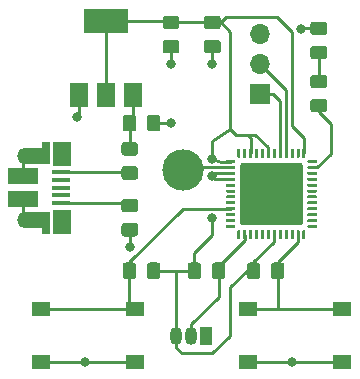
<source format=gbr>
G04 #@! TF.GenerationSoftware,KiCad,Pcbnew,(5.1.5)-3*
G04 #@! TF.CreationDate,2020-02-17T19:47:56+00:00*
G04 #@! TF.ProjectId,Pico-Telemetry,5069636f-2d54-4656-9c65-6d657472792e,rev?*
G04 #@! TF.SameCoordinates,Original*
G04 #@! TF.FileFunction,Copper,L1,Top*
G04 #@! TF.FilePolarity,Positive*
%FSLAX46Y46*%
G04 Gerber Fmt 4.6, Leading zero omitted, Abs format (unit mm)*
G04 Created by KiCad (PCBNEW (5.1.5)-3) date 2020-02-17 19:47:56*
%MOMM*%
%LPD*%
G04 APERTURE LIST*
%ADD10R,3.800000X2.000000*%
%ADD11R,1.500000X2.000000*%
%ADD12C,0.100000*%
%ADD13O,1.050000X1.500000*%
%ADD14R,1.050000X1.500000*%
%ADD15C,3.500120*%
%ADD16R,2.000000X1.350000*%
%ADD17R,0.700000X1.825000*%
%ADD18R,1.650000X0.400000*%
%ADD19O,1.500000X1.100000*%
%ADD20O,1.700000X1.350000*%
%ADD21R,2.500000X1.430000*%
%ADD22R,1.700000X1.700000*%
%ADD23O,1.700000X1.700000*%
%ADD24R,1.550000X1.300000*%
%ADD25C,0.800000*%
%ADD26C,0.250000*%
G04 APERTURE END LIST*
D10*
X172500000Y-80350000D03*
D11*
X172500000Y-86650000D03*
X174800000Y-86650000D03*
X170200000Y-86650000D03*
G04 #@! TA.AperFunction,SMDPad,CuDef*
D12*
G36*
X188924504Y-92351204D02*
G01*
X188948773Y-92354804D01*
X188972571Y-92360765D01*
X188995671Y-92369030D01*
X189017849Y-92379520D01*
X189038893Y-92392133D01*
X189058598Y-92406747D01*
X189076777Y-92423223D01*
X189093253Y-92441402D01*
X189107867Y-92461107D01*
X189120480Y-92482151D01*
X189130970Y-92504329D01*
X189139235Y-92527429D01*
X189145196Y-92551227D01*
X189148796Y-92575496D01*
X189150000Y-92600000D01*
X189150000Y-97400000D01*
X189148796Y-97424504D01*
X189145196Y-97448773D01*
X189139235Y-97472571D01*
X189130970Y-97495671D01*
X189120480Y-97517849D01*
X189107867Y-97538893D01*
X189093253Y-97558598D01*
X189076777Y-97576777D01*
X189058598Y-97593253D01*
X189038893Y-97607867D01*
X189017849Y-97620480D01*
X188995671Y-97630970D01*
X188972571Y-97639235D01*
X188948773Y-97645196D01*
X188924504Y-97648796D01*
X188900000Y-97650000D01*
X184100000Y-97650000D01*
X184075496Y-97648796D01*
X184051227Y-97645196D01*
X184027429Y-97639235D01*
X184004329Y-97630970D01*
X183982151Y-97620480D01*
X183961107Y-97607867D01*
X183941402Y-97593253D01*
X183923223Y-97576777D01*
X183906747Y-97558598D01*
X183892133Y-97538893D01*
X183879520Y-97517849D01*
X183869030Y-97495671D01*
X183860765Y-97472571D01*
X183854804Y-97448773D01*
X183851204Y-97424504D01*
X183850000Y-97400000D01*
X183850000Y-92600000D01*
X183851204Y-92575496D01*
X183854804Y-92551227D01*
X183860765Y-92527429D01*
X183869030Y-92504329D01*
X183879520Y-92482151D01*
X183892133Y-92461107D01*
X183906747Y-92441402D01*
X183923223Y-92423223D01*
X183941402Y-92406747D01*
X183961107Y-92392133D01*
X183982151Y-92379520D01*
X184004329Y-92369030D01*
X184027429Y-92360765D01*
X184051227Y-92354804D01*
X184075496Y-92351204D01*
X184100000Y-92350000D01*
X188900000Y-92350000D01*
X188924504Y-92351204D01*
G37*
G04 #@! TD.AperFunction*
G04 #@! TA.AperFunction,SMDPad,CuDef*
G36*
X183393626Y-92125301D02*
G01*
X183399693Y-92126201D01*
X183405643Y-92127691D01*
X183411418Y-92129758D01*
X183416962Y-92132380D01*
X183422223Y-92135533D01*
X183427150Y-92139187D01*
X183431694Y-92143306D01*
X183435813Y-92147850D01*
X183439467Y-92152777D01*
X183442620Y-92158038D01*
X183445242Y-92163582D01*
X183447309Y-92169357D01*
X183448799Y-92175307D01*
X183449699Y-92181374D01*
X183450000Y-92187500D01*
X183450000Y-92312500D01*
X183449699Y-92318626D01*
X183448799Y-92324693D01*
X183447309Y-92330643D01*
X183445242Y-92336418D01*
X183442620Y-92341962D01*
X183439467Y-92347223D01*
X183435813Y-92352150D01*
X183431694Y-92356694D01*
X183427150Y-92360813D01*
X183422223Y-92364467D01*
X183416962Y-92367620D01*
X183411418Y-92370242D01*
X183405643Y-92372309D01*
X183399693Y-92373799D01*
X183393626Y-92374699D01*
X183387500Y-92375000D01*
X182712500Y-92375000D01*
X182706374Y-92374699D01*
X182700307Y-92373799D01*
X182694357Y-92372309D01*
X182688582Y-92370242D01*
X182683038Y-92367620D01*
X182677777Y-92364467D01*
X182672850Y-92360813D01*
X182668306Y-92356694D01*
X182664187Y-92352150D01*
X182660533Y-92347223D01*
X182657380Y-92341962D01*
X182654758Y-92336418D01*
X182652691Y-92330643D01*
X182651201Y-92324693D01*
X182650301Y-92318626D01*
X182650000Y-92312500D01*
X182650000Y-92187500D01*
X182650301Y-92181374D01*
X182651201Y-92175307D01*
X182652691Y-92169357D01*
X182654758Y-92163582D01*
X182657380Y-92158038D01*
X182660533Y-92152777D01*
X182664187Y-92147850D01*
X182668306Y-92143306D01*
X182672850Y-92139187D01*
X182677777Y-92135533D01*
X182683038Y-92132380D01*
X182688582Y-92129758D01*
X182694357Y-92127691D01*
X182700307Y-92126201D01*
X182706374Y-92125301D01*
X182712500Y-92125000D01*
X183387500Y-92125000D01*
X183393626Y-92125301D01*
G37*
G04 #@! TD.AperFunction*
G04 #@! TA.AperFunction,SMDPad,CuDef*
G36*
X183393626Y-92625301D02*
G01*
X183399693Y-92626201D01*
X183405643Y-92627691D01*
X183411418Y-92629758D01*
X183416962Y-92632380D01*
X183422223Y-92635533D01*
X183427150Y-92639187D01*
X183431694Y-92643306D01*
X183435813Y-92647850D01*
X183439467Y-92652777D01*
X183442620Y-92658038D01*
X183445242Y-92663582D01*
X183447309Y-92669357D01*
X183448799Y-92675307D01*
X183449699Y-92681374D01*
X183450000Y-92687500D01*
X183450000Y-92812500D01*
X183449699Y-92818626D01*
X183448799Y-92824693D01*
X183447309Y-92830643D01*
X183445242Y-92836418D01*
X183442620Y-92841962D01*
X183439467Y-92847223D01*
X183435813Y-92852150D01*
X183431694Y-92856694D01*
X183427150Y-92860813D01*
X183422223Y-92864467D01*
X183416962Y-92867620D01*
X183411418Y-92870242D01*
X183405643Y-92872309D01*
X183399693Y-92873799D01*
X183393626Y-92874699D01*
X183387500Y-92875000D01*
X182712500Y-92875000D01*
X182706374Y-92874699D01*
X182700307Y-92873799D01*
X182694357Y-92872309D01*
X182688582Y-92870242D01*
X182683038Y-92867620D01*
X182677777Y-92864467D01*
X182672850Y-92860813D01*
X182668306Y-92856694D01*
X182664187Y-92852150D01*
X182660533Y-92847223D01*
X182657380Y-92841962D01*
X182654758Y-92836418D01*
X182652691Y-92830643D01*
X182651201Y-92824693D01*
X182650301Y-92818626D01*
X182650000Y-92812500D01*
X182650000Y-92687500D01*
X182650301Y-92681374D01*
X182651201Y-92675307D01*
X182652691Y-92669357D01*
X182654758Y-92663582D01*
X182657380Y-92658038D01*
X182660533Y-92652777D01*
X182664187Y-92647850D01*
X182668306Y-92643306D01*
X182672850Y-92639187D01*
X182677777Y-92635533D01*
X182683038Y-92632380D01*
X182688582Y-92629758D01*
X182694357Y-92627691D01*
X182700307Y-92626201D01*
X182706374Y-92625301D01*
X182712500Y-92625000D01*
X183387500Y-92625000D01*
X183393626Y-92625301D01*
G37*
G04 #@! TD.AperFunction*
G04 #@! TA.AperFunction,SMDPad,CuDef*
G36*
X183393626Y-93125301D02*
G01*
X183399693Y-93126201D01*
X183405643Y-93127691D01*
X183411418Y-93129758D01*
X183416962Y-93132380D01*
X183422223Y-93135533D01*
X183427150Y-93139187D01*
X183431694Y-93143306D01*
X183435813Y-93147850D01*
X183439467Y-93152777D01*
X183442620Y-93158038D01*
X183445242Y-93163582D01*
X183447309Y-93169357D01*
X183448799Y-93175307D01*
X183449699Y-93181374D01*
X183450000Y-93187500D01*
X183450000Y-93312500D01*
X183449699Y-93318626D01*
X183448799Y-93324693D01*
X183447309Y-93330643D01*
X183445242Y-93336418D01*
X183442620Y-93341962D01*
X183439467Y-93347223D01*
X183435813Y-93352150D01*
X183431694Y-93356694D01*
X183427150Y-93360813D01*
X183422223Y-93364467D01*
X183416962Y-93367620D01*
X183411418Y-93370242D01*
X183405643Y-93372309D01*
X183399693Y-93373799D01*
X183393626Y-93374699D01*
X183387500Y-93375000D01*
X182712500Y-93375000D01*
X182706374Y-93374699D01*
X182700307Y-93373799D01*
X182694357Y-93372309D01*
X182688582Y-93370242D01*
X182683038Y-93367620D01*
X182677777Y-93364467D01*
X182672850Y-93360813D01*
X182668306Y-93356694D01*
X182664187Y-93352150D01*
X182660533Y-93347223D01*
X182657380Y-93341962D01*
X182654758Y-93336418D01*
X182652691Y-93330643D01*
X182651201Y-93324693D01*
X182650301Y-93318626D01*
X182650000Y-93312500D01*
X182650000Y-93187500D01*
X182650301Y-93181374D01*
X182651201Y-93175307D01*
X182652691Y-93169357D01*
X182654758Y-93163582D01*
X182657380Y-93158038D01*
X182660533Y-93152777D01*
X182664187Y-93147850D01*
X182668306Y-93143306D01*
X182672850Y-93139187D01*
X182677777Y-93135533D01*
X182683038Y-93132380D01*
X182688582Y-93129758D01*
X182694357Y-93127691D01*
X182700307Y-93126201D01*
X182706374Y-93125301D01*
X182712500Y-93125000D01*
X183387500Y-93125000D01*
X183393626Y-93125301D01*
G37*
G04 #@! TD.AperFunction*
G04 #@! TA.AperFunction,SMDPad,CuDef*
G36*
X183393626Y-93625301D02*
G01*
X183399693Y-93626201D01*
X183405643Y-93627691D01*
X183411418Y-93629758D01*
X183416962Y-93632380D01*
X183422223Y-93635533D01*
X183427150Y-93639187D01*
X183431694Y-93643306D01*
X183435813Y-93647850D01*
X183439467Y-93652777D01*
X183442620Y-93658038D01*
X183445242Y-93663582D01*
X183447309Y-93669357D01*
X183448799Y-93675307D01*
X183449699Y-93681374D01*
X183450000Y-93687500D01*
X183450000Y-93812500D01*
X183449699Y-93818626D01*
X183448799Y-93824693D01*
X183447309Y-93830643D01*
X183445242Y-93836418D01*
X183442620Y-93841962D01*
X183439467Y-93847223D01*
X183435813Y-93852150D01*
X183431694Y-93856694D01*
X183427150Y-93860813D01*
X183422223Y-93864467D01*
X183416962Y-93867620D01*
X183411418Y-93870242D01*
X183405643Y-93872309D01*
X183399693Y-93873799D01*
X183393626Y-93874699D01*
X183387500Y-93875000D01*
X182712500Y-93875000D01*
X182706374Y-93874699D01*
X182700307Y-93873799D01*
X182694357Y-93872309D01*
X182688582Y-93870242D01*
X182683038Y-93867620D01*
X182677777Y-93864467D01*
X182672850Y-93860813D01*
X182668306Y-93856694D01*
X182664187Y-93852150D01*
X182660533Y-93847223D01*
X182657380Y-93841962D01*
X182654758Y-93836418D01*
X182652691Y-93830643D01*
X182651201Y-93824693D01*
X182650301Y-93818626D01*
X182650000Y-93812500D01*
X182650000Y-93687500D01*
X182650301Y-93681374D01*
X182651201Y-93675307D01*
X182652691Y-93669357D01*
X182654758Y-93663582D01*
X182657380Y-93658038D01*
X182660533Y-93652777D01*
X182664187Y-93647850D01*
X182668306Y-93643306D01*
X182672850Y-93639187D01*
X182677777Y-93635533D01*
X182683038Y-93632380D01*
X182688582Y-93629758D01*
X182694357Y-93627691D01*
X182700307Y-93626201D01*
X182706374Y-93625301D01*
X182712500Y-93625000D01*
X183387500Y-93625000D01*
X183393626Y-93625301D01*
G37*
G04 #@! TD.AperFunction*
G04 #@! TA.AperFunction,SMDPad,CuDef*
G36*
X183393626Y-94125301D02*
G01*
X183399693Y-94126201D01*
X183405643Y-94127691D01*
X183411418Y-94129758D01*
X183416962Y-94132380D01*
X183422223Y-94135533D01*
X183427150Y-94139187D01*
X183431694Y-94143306D01*
X183435813Y-94147850D01*
X183439467Y-94152777D01*
X183442620Y-94158038D01*
X183445242Y-94163582D01*
X183447309Y-94169357D01*
X183448799Y-94175307D01*
X183449699Y-94181374D01*
X183450000Y-94187500D01*
X183450000Y-94312500D01*
X183449699Y-94318626D01*
X183448799Y-94324693D01*
X183447309Y-94330643D01*
X183445242Y-94336418D01*
X183442620Y-94341962D01*
X183439467Y-94347223D01*
X183435813Y-94352150D01*
X183431694Y-94356694D01*
X183427150Y-94360813D01*
X183422223Y-94364467D01*
X183416962Y-94367620D01*
X183411418Y-94370242D01*
X183405643Y-94372309D01*
X183399693Y-94373799D01*
X183393626Y-94374699D01*
X183387500Y-94375000D01*
X182712500Y-94375000D01*
X182706374Y-94374699D01*
X182700307Y-94373799D01*
X182694357Y-94372309D01*
X182688582Y-94370242D01*
X182683038Y-94367620D01*
X182677777Y-94364467D01*
X182672850Y-94360813D01*
X182668306Y-94356694D01*
X182664187Y-94352150D01*
X182660533Y-94347223D01*
X182657380Y-94341962D01*
X182654758Y-94336418D01*
X182652691Y-94330643D01*
X182651201Y-94324693D01*
X182650301Y-94318626D01*
X182650000Y-94312500D01*
X182650000Y-94187500D01*
X182650301Y-94181374D01*
X182651201Y-94175307D01*
X182652691Y-94169357D01*
X182654758Y-94163582D01*
X182657380Y-94158038D01*
X182660533Y-94152777D01*
X182664187Y-94147850D01*
X182668306Y-94143306D01*
X182672850Y-94139187D01*
X182677777Y-94135533D01*
X182683038Y-94132380D01*
X182688582Y-94129758D01*
X182694357Y-94127691D01*
X182700307Y-94126201D01*
X182706374Y-94125301D01*
X182712500Y-94125000D01*
X183387500Y-94125000D01*
X183393626Y-94125301D01*
G37*
G04 #@! TD.AperFunction*
G04 #@! TA.AperFunction,SMDPad,CuDef*
G36*
X183393626Y-94625301D02*
G01*
X183399693Y-94626201D01*
X183405643Y-94627691D01*
X183411418Y-94629758D01*
X183416962Y-94632380D01*
X183422223Y-94635533D01*
X183427150Y-94639187D01*
X183431694Y-94643306D01*
X183435813Y-94647850D01*
X183439467Y-94652777D01*
X183442620Y-94658038D01*
X183445242Y-94663582D01*
X183447309Y-94669357D01*
X183448799Y-94675307D01*
X183449699Y-94681374D01*
X183450000Y-94687500D01*
X183450000Y-94812500D01*
X183449699Y-94818626D01*
X183448799Y-94824693D01*
X183447309Y-94830643D01*
X183445242Y-94836418D01*
X183442620Y-94841962D01*
X183439467Y-94847223D01*
X183435813Y-94852150D01*
X183431694Y-94856694D01*
X183427150Y-94860813D01*
X183422223Y-94864467D01*
X183416962Y-94867620D01*
X183411418Y-94870242D01*
X183405643Y-94872309D01*
X183399693Y-94873799D01*
X183393626Y-94874699D01*
X183387500Y-94875000D01*
X182712500Y-94875000D01*
X182706374Y-94874699D01*
X182700307Y-94873799D01*
X182694357Y-94872309D01*
X182688582Y-94870242D01*
X182683038Y-94867620D01*
X182677777Y-94864467D01*
X182672850Y-94860813D01*
X182668306Y-94856694D01*
X182664187Y-94852150D01*
X182660533Y-94847223D01*
X182657380Y-94841962D01*
X182654758Y-94836418D01*
X182652691Y-94830643D01*
X182651201Y-94824693D01*
X182650301Y-94818626D01*
X182650000Y-94812500D01*
X182650000Y-94687500D01*
X182650301Y-94681374D01*
X182651201Y-94675307D01*
X182652691Y-94669357D01*
X182654758Y-94663582D01*
X182657380Y-94658038D01*
X182660533Y-94652777D01*
X182664187Y-94647850D01*
X182668306Y-94643306D01*
X182672850Y-94639187D01*
X182677777Y-94635533D01*
X182683038Y-94632380D01*
X182688582Y-94629758D01*
X182694357Y-94627691D01*
X182700307Y-94626201D01*
X182706374Y-94625301D01*
X182712500Y-94625000D01*
X183387500Y-94625000D01*
X183393626Y-94625301D01*
G37*
G04 #@! TD.AperFunction*
G04 #@! TA.AperFunction,SMDPad,CuDef*
G36*
X183393626Y-95125301D02*
G01*
X183399693Y-95126201D01*
X183405643Y-95127691D01*
X183411418Y-95129758D01*
X183416962Y-95132380D01*
X183422223Y-95135533D01*
X183427150Y-95139187D01*
X183431694Y-95143306D01*
X183435813Y-95147850D01*
X183439467Y-95152777D01*
X183442620Y-95158038D01*
X183445242Y-95163582D01*
X183447309Y-95169357D01*
X183448799Y-95175307D01*
X183449699Y-95181374D01*
X183450000Y-95187500D01*
X183450000Y-95312500D01*
X183449699Y-95318626D01*
X183448799Y-95324693D01*
X183447309Y-95330643D01*
X183445242Y-95336418D01*
X183442620Y-95341962D01*
X183439467Y-95347223D01*
X183435813Y-95352150D01*
X183431694Y-95356694D01*
X183427150Y-95360813D01*
X183422223Y-95364467D01*
X183416962Y-95367620D01*
X183411418Y-95370242D01*
X183405643Y-95372309D01*
X183399693Y-95373799D01*
X183393626Y-95374699D01*
X183387500Y-95375000D01*
X182712500Y-95375000D01*
X182706374Y-95374699D01*
X182700307Y-95373799D01*
X182694357Y-95372309D01*
X182688582Y-95370242D01*
X182683038Y-95367620D01*
X182677777Y-95364467D01*
X182672850Y-95360813D01*
X182668306Y-95356694D01*
X182664187Y-95352150D01*
X182660533Y-95347223D01*
X182657380Y-95341962D01*
X182654758Y-95336418D01*
X182652691Y-95330643D01*
X182651201Y-95324693D01*
X182650301Y-95318626D01*
X182650000Y-95312500D01*
X182650000Y-95187500D01*
X182650301Y-95181374D01*
X182651201Y-95175307D01*
X182652691Y-95169357D01*
X182654758Y-95163582D01*
X182657380Y-95158038D01*
X182660533Y-95152777D01*
X182664187Y-95147850D01*
X182668306Y-95143306D01*
X182672850Y-95139187D01*
X182677777Y-95135533D01*
X182683038Y-95132380D01*
X182688582Y-95129758D01*
X182694357Y-95127691D01*
X182700307Y-95126201D01*
X182706374Y-95125301D01*
X182712500Y-95125000D01*
X183387500Y-95125000D01*
X183393626Y-95125301D01*
G37*
G04 #@! TD.AperFunction*
G04 #@! TA.AperFunction,SMDPad,CuDef*
G36*
X183393626Y-95625301D02*
G01*
X183399693Y-95626201D01*
X183405643Y-95627691D01*
X183411418Y-95629758D01*
X183416962Y-95632380D01*
X183422223Y-95635533D01*
X183427150Y-95639187D01*
X183431694Y-95643306D01*
X183435813Y-95647850D01*
X183439467Y-95652777D01*
X183442620Y-95658038D01*
X183445242Y-95663582D01*
X183447309Y-95669357D01*
X183448799Y-95675307D01*
X183449699Y-95681374D01*
X183450000Y-95687500D01*
X183450000Y-95812500D01*
X183449699Y-95818626D01*
X183448799Y-95824693D01*
X183447309Y-95830643D01*
X183445242Y-95836418D01*
X183442620Y-95841962D01*
X183439467Y-95847223D01*
X183435813Y-95852150D01*
X183431694Y-95856694D01*
X183427150Y-95860813D01*
X183422223Y-95864467D01*
X183416962Y-95867620D01*
X183411418Y-95870242D01*
X183405643Y-95872309D01*
X183399693Y-95873799D01*
X183393626Y-95874699D01*
X183387500Y-95875000D01*
X182712500Y-95875000D01*
X182706374Y-95874699D01*
X182700307Y-95873799D01*
X182694357Y-95872309D01*
X182688582Y-95870242D01*
X182683038Y-95867620D01*
X182677777Y-95864467D01*
X182672850Y-95860813D01*
X182668306Y-95856694D01*
X182664187Y-95852150D01*
X182660533Y-95847223D01*
X182657380Y-95841962D01*
X182654758Y-95836418D01*
X182652691Y-95830643D01*
X182651201Y-95824693D01*
X182650301Y-95818626D01*
X182650000Y-95812500D01*
X182650000Y-95687500D01*
X182650301Y-95681374D01*
X182651201Y-95675307D01*
X182652691Y-95669357D01*
X182654758Y-95663582D01*
X182657380Y-95658038D01*
X182660533Y-95652777D01*
X182664187Y-95647850D01*
X182668306Y-95643306D01*
X182672850Y-95639187D01*
X182677777Y-95635533D01*
X182683038Y-95632380D01*
X182688582Y-95629758D01*
X182694357Y-95627691D01*
X182700307Y-95626201D01*
X182706374Y-95625301D01*
X182712500Y-95625000D01*
X183387500Y-95625000D01*
X183393626Y-95625301D01*
G37*
G04 #@! TD.AperFunction*
G04 #@! TA.AperFunction,SMDPad,CuDef*
G36*
X183393626Y-96125301D02*
G01*
X183399693Y-96126201D01*
X183405643Y-96127691D01*
X183411418Y-96129758D01*
X183416962Y-96132380D01*
X183422223Y-96135533D01*
X183427150Y-96139187D01*
X183431694Y-96143306D01*
X183435813Y-96147850D01*
X183439467Y-96152777D01*
X183442620Y-96158038D01*
X183445242Y-96163582D01*
X183447309Y-96169357D01*
X183448799Y-96175307D01*
X183449699Y-96181374D01*
X183450000Y-96187500D01*
X183450000Y-96312500D01*
X183449699Y-96318626D01*
X183448799Y-96324693D01*
X183447309Y-96330643D01*
X183445242Y-96336418D01*
X183442620Y-96341962D01*
X183439467Y-96347223D01*
X183435813Y-96352150D01*
X183431694Y-96356694D01*
X183427150Y-96360813D01*
X183422223Y-96364467D01*
X183416962Y-96367620D01*
X183411418Y-96370242D01*
X183405643Y-96372309D01*
X183399693Y-96373799D01*
X183393626Y-96374699D01*
X183387500Y-96375000D01*
X182712500Y-96375000D01*
X182706374Y-96374699D01*
X182700307Y-96373799D01*
X182694357Y-96372309D01*
X182688582Y-96370242D01*
X182683038Y-96367620D01*
X182677777Y-96364467D01*
X182672850Y-96360813D01*
X182668306Y-96356694D01*
X182664187Y-96352150D01*
X182660533Y-96347223D01*
X182657380Y-96341962D01*
X182654758Y-96336418D01*
X182652691Y-96330643D01*
X182651201Y-96324693D01*
X182650301Y-96318626D01*
X182650000Y-96312500D01*
X182650000Y-96187500D01*
X182650301Y-96181374D01*
X182651201Y-96175307D01*
X182652691Y-96169357D01*
X182654758Y-96163582D01*
X182657380Y-96158038D01*
X182660533Y-96152777D01*
X182664187Y-96147850D01*
X182668306Y-96143306D01*
X182672850Y-96139187D01*
X182677777Y-96135533D01*
X182683038Y-96132380D01*
X182688582Y-96129758D01*
X182694357Y-96127691D01*
X182700307Y-96126201D01*
X182706374Y-96125301D01*
X182712500Y-96125000D01*
X183387500Y-96125000D01*
X183393626Y-96125301D01*
G37*
G04 #@! TD.AperFunction*
G04 #@! TA.AperFunction,SMDPad,CuDef*
G36*
X183393626Y-96625301D02*
G01*
X183399693Y-96626201D01*
X183405643Y-96627691D01*
X183411418Y-96629758D01*
X183416962Y-96632380D01*
X183422223Y-96635533D01*
X183427150Y-96639187D01*
X183431694Y-96643306D01*
X183435813Y-96647850D01*
X183439467Y-96652777D01*
X183442620Y-96658038D01*
X183445242Y-96663582D01*
X183447309Y-96669357D01*
X183448799Y-96675307D01*
X183449699Y-96681374D01*
X183450000Y-96687500D01*
X183450000Y-96812500D01*
X183449699Y-96818626D01*
X183448799Y-96824693D01*
X183447309Y-96830643D01*
X183445242Y-96836418D01*
X183442620Y-96841962D01*
X183439467Y-96847223D01*
X183435813Y-96852150D01*
X183431694Y-96856694D01*
X183427150Y-96860813D01*
X183422223Y-96864467D01*
X183416962Y-96867620D01*
X183411418Y-96870242D01*
X183405643Y-96872309D01*
X183399693Y-96873799D01*
X183393626Y-96874699D01*
X183387500Y-96875000D01*
X182712500Y-96875000D01*
X182706374Y-96874699D01*
X182700307Y-96873799D01*
X182694357Y-96872309D01*
X182688582Y-96870242D01*
X182683038Y-96867620D01*
X182677777Y-96864467D01*
X182672850Y-96860813D01*
X182668306Y-96856694D01*
X182664187Y-96852150D01*
X182660533Y-96847223D01*
X182657380Y-96841962D01*
X182654758Y-96836418D01*
X182652691Y-96830643D01*
X182651201Y-96824693D01*
X182650301Y-96818626D01*
X182650000Y-96812500D01*
X182650000Y-96687500D01*
X182650301Y-96681374D01*
X182651201Y-96675307D01*
X182652691Y-96669357D01*
X182654758Y-96663582D01*
X182657380Y-96658038D01*
X182660533Y-96652777D01*
X182664187Y-96647850D01*
X182668306Y-96643306D01*
X182672850Y-96639187D01*
X182677777Y-96635533D01*
X182683038Y-96632380D01*
X182688582Y-96629758D01*
X182694357Y-96627691D01*
X182700307Y-96626201D01*
X182706374Y-96625301D01*
X182712500Y-96625000D01*
X183387500Y-96625000D01*
X183393626Y-96625301D01*
G37*
G04 #@! TD.AperFunction*
G04 #@! TA.AperFunction,SMDPad,CuDef*
G36*
X183393626Y-97125301D02*
G01*
X183399693Y-97126201D01*
X183405643Y-97127691D01*
X183411418Y-97129758D01*
X183416962Y-97132380D01*
X183422223Y-97135533D01*
X183427150Y-97139187D01*
X183431694Y-97143306D01*
X183435813Y-97147850D01*
X183439467Y-97152777D01*
X183442620Y-97158038D01*
X183445242Y-97163582D01*
X183447309Y-97169357D01*
X183448799Y-97175307D01*
X183449699Y-97181374D01*
X183450000Y-97187500D01*
X183450000Y-97312500D01*
X183449699Y-97318626D01*
X183448799Y-97324693D01*
X183447309Y-97330643D01*
X183445242Y-97336418D01*
X183442620Y-97341962D01*
X183439467Y-97347223D01*
X183435813Y-97352150D01*
X183431694Y-97356694D01*
X183427150Y-97360813D01*
X183422223Y-97364467D01*
X183416962Y-97367620D01*
X183411418Y-97370242D01*
X183405643Y-97372309D01*
X183399693Y-97373799D01*
X183393626Y-97374699D01*
X183387500Y-97375000D01*
X182712500Y-97375000D01*
X182706374Y-97374699D01*
X182700307Y-97373799D01*
X182694357Y-97372309D01*
X182688582Y-97370242D01*
X182683038Y-97367620D01*
X182677777Y-97364467D01*
X182672850Y-97360813D01*
X182668306Y-97356694D01*
X182664187Y-97352150D01*
X182660533Y-97347223D01*
X182657380Y-97341962D01*
X182654758Y-97336418D01*
X182652691Y-97330643D01*
X182651201Y-97324693D01*
X182650301Y-97318626D01*
X182650000Y-97312500D01*
X182650000Y-97187500D01*
X182650301Y-97181374D01*
X182651201Y-97175307D01*
X182652691Y-97169357D01*
X182654758Y-97163582D01*
X182657380Y-97158038D01*
X182660533Y-97152777D01*
X182664187Y-97147850D01*
X182668306Y-97143306D01*
X182672850Y-97139187D01*
X182677777Y-97135533D01*
X182683038Y-97132380D01*
X182688582Y-97129758D01*
X182694357Y-97127691D01*
X182700307Y-97126201D01*
X182706374Y-97125301D01*
X182712500Y-97125000D01*
X183387500Y-97125000D01*
X183393626Y-97125301D01*
G37*
G04 #@! TD.AperFunction*
G04 #@! TA.AperFunction,SMDPad,CuDef*
G36*
X183393626Y-97625301D02*
G01*
X183399693Y-97626201D01*
X183405643Y-97627691D01*
X183411418Y-97629758D01*
X183416962Y-97632380D01*
X183422223Y-97635533D01*
X183427150Y-97639187D01*
X183431694Y-97643306D01*
X183435813Y-97647850D01*
X183439467Y-97652777D01*
X183442620Y-97658038D01*
X183445242Y-97663582D01*
X183447309Y-97669357D01*
X183448799Y-97675307D01*
X183449699Y-97681374D01*
X183450000Y-97687500D01*
X183450000Y-97812500D01*
X183449699Y-97818626D01*
X183448799Y-97824693D01*
X183447309Y-97830643D01*
X183445242Y-97836418D01*
X183442620Y-97841962D01*
X183439467Y-97847223D01*
X183435813Y-97852150D01*
X183431694Y-97856694D01*
X183427150Y-97860813D01*
X183422223Y-97864467D01*
X183416962Y-97867620D01*
X183411418Y-97870242D01*
X183405643Y-97872309D01*
X183399693Y-97873799D01*
X183393626Y-97874699D01*
X183387500Y-97875000D01*
X182712500Y-97875000D01*
X182706374Y-97874699D01*
X182700307Y-97873799D01*
X182694357Y-97872309D01*
X182688582Y-97870242D01*
X182683038Y-97867620D01*
X182677777Y-97864467D01*
X182672850Y-97860813D01*
X182668306Y-97856694D01*
X182664187Y-97852150D01*
X182660533Y-97847223D01*
X182657380Y-97841962D01*
X182654758Y-97836418D01*
X182652691Y-97830643D01*
X182651201Y-97824693D01*
X182650301Y-97818626D01*
X182650000Y-97812500D01*
X182650000Y-97687500D01*
X182650301Y-97681374D01*
X182651201Y-97675307D01*
X182652691Y-97669357D01*
X182654758Y-97663582D01*
X182657380Y-97658038D01*
X182660533Y-97652777D01*
X182664187Y-97647850D01*
X182668306Y-97643306D01*
X182672850Y-97639187D01*
X182677777Y-97635533D01*
X182683038Y-97632380D01*
X182688582Y-97629758D01*
X182694357Y-97627691D01*
X182700307Y-97626201D01*
X182706374Y-97625301D01*
X182712500Y-97625000D01*
X183387500Y-97625000D01*
X183393626Y-97625301D01*
G37*
G04 #@! TD.AperFunction*
G04 #@! TA.AperFunction,SMDPad,CuDef*
G36*
X183818626Y-98050301D02*
G01*
X183824693Y-98051201D01*
X183830643Y-98052691D01*
X183836418Y-98054758D01*
X183841962Y-98057380D01*
X183847223Y-98060533D01*
X183852150Y-98064187D01*
X183856694Y-98068306D01*
X183860813Y-98072850D01*
X183864467Y-98077777D01*
X183867620Y-98083038D01*
X183870242Y-98088582D01*
X183872309Y-98094357D01*
X183873799Y-98100307D01*
X183874699Y-98106374D01*
X183875000Y-98112500D01*
X183875000Y-98787500D01*
X183874699Y-98793626D01*
X183873799Y-98799693D01*
X183872309Y-98805643D01*
X183870242Y-98811418D01*
X183867620Y-98816962D01*
X183864467Y-98822223D01*
X183860813Y-98827150D01*
X183856694Y-98831694D01*
X183852150Y-98835813D01*
X183847223Y-98839467D01*
X183841962Y-98842620D01*
X183836418Y-98845242D01*
X183830643Y-98847309D01*
X183824693Y-98848799D01*
X183818626Y-98849699D01*
X183812500Y-98850000D01*
X183687500Y-98850000D01*
X183681374Y-98849699D01*
X183675307Y-98848799D01*
X183669357Y-98847309D01*
X183663582Y-98845242D01*
X183658038Y-98842620D01*
X183652777Y-98839467D01*
X183647850Y-98835813D01*
X183643306Y-98831694D01*
X183639187Y-98827150D01*
X183635533Y-98822223D01*
X183632380Y-98816962D01*
X183629758Y-98811418D01*
X183627691Y-98805643D01*
X183626201Y-98799693D01*
X183625301Y-98793626D01*
X183625000Y-98787500D01*
X183625000Y-98112500D01*
X183625301Y-98106374D01*
X183626201Y-98100307D01*
X183627691Y-98094357D01*
X183629758Y-98088582D01*
X183632380Y-98083038D01*
X183635533Y-98077777D01*
X183639187Y-98072850D01*
X183643306Y-98068306D01*
X183647850Y-98064187D01*
X183652777Y-98060533D01*
X183658038Y-98057380D01*
X183663582Y-98054758D01*
X183669357Y-98052691D01*
X183675307Y-98051201D01*
X183681374Y-98050301D01*
X183687500Y-98050000D01*
X183812500Y-98050000D01*
X183818626Y-98050301D01*
G37*
G04 #@! TD.AperFunction*
G04 #@! TA.AperFunction,SMDPad,CuDef*
G36*
X184318626Y-98050301D02*
G01*
X184324693Y-98051201D01*
X184330643Y-98052691D01*
X184336418Y-98054758D01*
X184341962Y-98057380D01*
X184347223Y-98060533D01*
X184352150Y-98064187D01*
X184356694Y-98068306D01*
X184360813Y-98072850D01*
X184364467Y-98077777D01*
X184367620Y-98083038D01*
X184370242Y-98088582D01*
X184372309Y-98094357D01*
X184373799Y-98100307D01*
X184374699Y-98106374D01*
X184375000Y-98112500D01*
X184375000Y-98787500D01*
X184374699Y-98793626D01*
X184373799Y-98799693D01*
X184372309Y-98805643D01*
X184370242Y-98811418D01*
X184367620Y-98816962D01*
X184364467Y-98822223D01*
X184360813Y-98827150D01*
X184356694Y-98831694D01*
X184352150Y-98835813D01*
X184347223Y-98839467D01*
X184341962Y-98842620D01*
X184336418Y-98845242D01*
X184330643Y-98847309D01*
X184324693Y-98848799D01*
X184318626Y-98849699D01*
X184312500Y-98850000D01*
X184187500Y-98850000D01*
X184181374Y-98849699D01*
X184175307Y-98848799D01*
X184169357Y-98847309D01*
X184163582Y-98845242D01*
X184158038Y-98842620D01*
X184152777Y-98839467D01*
X184147850Y-98835813D01*
X184143306Y-98831694D01*
X184139187Y-98827150D01*
X184135533Y-98822223D01*
X184132380Y-98816962D01*
X184129758Y-98811418D01*
X184127691Y-98805643D01*
X184126201Y-98799693D01*
X184125301Y-98793626D01*
X184125000Y-98787500D01*
X184125000Y-98112500D01*
X184125301Y-98106374D01*
X184126201Y-98100307D01*
X184127691Y-98094357D01*
X184129758Y-98088582D01*
X184132380Y-98083038D01*
X184135533Y-98077777D01*
X184139187Y-98072850D01*
X184143306Y-98068306D01*
X184147850Y-98064187D01*
X184152777Y-98060533D01*
X184158038Y-98057380D01*
X184163582Y-98054758D01*
X184169357Y-98052691D01*
X184175307Y-98051201D01*
X184181374Y-98050301D01*
X184187500Y-98050000D01*
X184312500Y-98050000D01*
X184318626Y-98050301D01*
G37*
G04 #@! TD.AperFunction*
G04 #@! TA.AperFunction,SMDPad,CuDef*
G36*
X184818626Y-98050301D02*
G01*
X184824693Y-98051201D01*
X184830643Y-98052691D01*
X184836418Y-98054758D01*
X184841962Y-98057380D01*
X184847223Y-98060533D01*
X184852150Y-98064187D01*
X184856694Y-98068306D01*
X184860813Y-98072850D01*
X184864467Y-98077777D01*
X184867620Y-98083038D01*
X184870242Y-98088582D01*
X184872309Y-98094357D01*
X184873799Y-98100307D01*
X184874699Y-98106374D01*
X184875000Y-98112500D01*
X184875000Y-98787500D01*
X184874699Y-98793626D01*
X184873799Y-98799693D01*
X184872309Y-98805643D01*
X184870242Y-98811418D01*
X184867620Y-98816962D01*
X184864467Y-98822223D01*
X184860813Y-98827150D01*
X184856694Y-98831694D01*
X184852150Y-98835813D01*
X184847223Y-98839467D01*
X184841962Y-98842620D01*
X184836418Y-98845242D01*
X184830643Y-98847309D01*
X184824693Y-98848799D01*
X184818626Y-98849699D01*
X184812500Y-98850000D01*
X184687500Y-98850000D01*
X184681374Y-98849699D01*
X184675307Y-98848799D01*
X184669357Y-98847309D01*
X184663582Y-98845242D01*
X184658038Y-98842620D01*
X184652777Y-98839467D01*
X184647850Y-98835813D01*
X184643306Y-98831694D01*
X184639187Y-98827150D01*
X184635533Y-98822223D01*
X184632380Y-98816962D01*
X184629758Y-98811418D01*
X184627691Y-98805643D01*
X184626201Y-98799693D01*
X184625301Y-98793626D01*
X184625000Y-98787500D01*
X184625000Y-98112500D01*
X184625301Y-98106374D01*
X184626201Y-98100307D01*
X184627691Y-98094357D01*
X184629758Y-98088582D01*
X184632380Y-98083038D01*
X184635533Y-98077777D01*
X184639187Y-98072850D01*
X184643306Y-98068306D01*
X184647850Y-98064187D01*
X184652777Y-98060533D01*
X184658038Y-98057380D01*
X184663582Y-98054758D01*
X184669357Y-98052691D01*
X184675307Y-98051201D01*
X184681374Y-98050301D01*
X184687500Y-98050000D01*
X184812500Y-98050000D01*
X184818626Y-98050301D01*
G37*
G04 #@! TD.AperFunction*
G04 #@! TA.AperFunction,SMDPad,CuDef*
G36*
X185318626Y-98050301D02*
G01*
X185324693Y-98051201D01*
X185330643Y-98052691D01*
X185336418Y-98054758D01*
X185341962Y-98057380D01*
X185347223Y-98060533D01*
X185352150Y-98064187D01*
X185356694Y-98068306D01*
X185360813Y-98072850D01*
X185364467Y-98077777D01*
X185367620Y-98083038D01*
X185370242Y-98088582D01*
X185372309Y-98094357D01*
X185373799Y-98100307D01*
X185374699Y-98106374D01*
X185375000Y-98112500D01*
X185375000Y-98787500D01*
X185374699Y-98793626D01*
X185373799Y-98799693D01*
X185372309Y-98805643D01*
X185370242Y-98811418D01*
X185367620Y-98816962D01*
X185364467Y-98822223D01*
X185360813Y-98827150D01*
X185356694Y-98831694D01*
X185352150Y-98835813D01*
X185347223Y-98839467D01*
X185341962Y-98842620D01*
X185336418Y-98845242D01*
X185330643Y-98847309D01*
X185324693Y-98848799D01*
X185318626Y-98849699D01*
X185312500Y-98850000D01*
X185187500Y-98850000D01*
X185181374Y-98849699D01*
X185175307Y-98848799D01*
X185169357Y-98847309D01*
X185163582Y-98845242D01*
X185158038Y-98842620D01*
X185152777Y-98839467D01*
X185147850Y-98835813D01*
X185143306Y-98831694D01*
X185139187Y-98827150D01*
X185135533Y-98822223D01*
X185132380Y-98816962D01*
X185129758Y-98811418D01*
X185127691Y-98805643D01*
X185126201Y-98799693D01*
X185125301Y-98793626D01*
X185125000Y-98787500D01*
X185125000Y-98112500D01*
X185125301Y-98106374D01*
X185126201Y-98100307D01*
X185127691Y-98094357D01*
X185129758Y-98088582D01*
X185132380Y-98083038D01*
X185135533Y-98077777D01*
X185139187Y-98072850D01*
X185143306Y-98068306D01*
X185147850Y-98064187D01*
X185152777Y-98060533D01*
X185158038Y-98057380D01*
X185163582Y-98054758D01*
X185169357Y-98052691D01*
X185175307Y-98051201D01*
X185181374Y-98050301D01*
X185187500Y-98050000D01*
X185312500Y-98050000D01*
X185318626Y-98050301D01*
G37*
G04 #@! TD.AperFunction*
G04 #@! TA.AperFunction,SMDPad,CuDef*
G36*
X185818626Y-98050301D02*
G01*
X185824693Y-98051201D01*
X185830643Y-98052691D01*
X185836418Y-98054758D01*
X185841962Y-98057380D01*
X185847223Y-98060533D01*
X185852150Y-98064187D01*
X185856694Y-98068306D01*
X185860813Y-98072850D01*
X185864467Y-98077777D01*
X185867620Y-98083038D01*
X185870242Y-98088582D01*
X185872309Y-98094357D01*
X185873799Y-98100307D01*
X185874699Y-98106374D01*
X185875000Y-98112500D01*
X185875000Y-98787500D01*
X185874699Y-98793626D01*
X185873799Y-98799693D01*
X185872309Y-98805643D01*
X185870242Y-98811418D01*
X185867620Y-98816962D01*
X185864467Y-98822223D01*
X185860813Y-98827150D01*
X185856694Y-98831694D01*
X185852150Y-98835813D01*
X185847223Y-98839467D01*
X185841962Y-98842620D01*
X185836418Y-98845242D01*
X185830643Y-98847309D01*
X185824693Y-98848799D01*
X185818626Y-98849699D01*
X185812500Y-98850000D01*
X185687500Y-98850000D01*
X185681374Y-98849699D01*
X185675307Y-98848799D01*
X185669357Y-98847309D01*
X185663582Y-98845242D01*
X185658038Y-98842620D01*
X185652777Y-98839467D01*
X185647850Y-98835813D01*
X185643306Y-98831694D01*
X185639187Y-98827150D01*
X185635533Y-98822223D01*
X185632380Y-98816962D01*
X185629758Y-98811418D01*
X185627691Y-98805643D01*
X185626201Y-98799693D01*
X185625301Y-98793626D01*
X185625000Y-98787500D01*
X185625000Y-98112500D01*
X185625301Y-98106374D01*
X185626201Y-98100307D01*
X185627691Y-98094357D01*
X185629758Y-98088582D01*
X185632380Y-98083038D01*
X185635533Y-98077777D01*
X185639187Y-98072850D01*
X185643306Y-98068306D01*
X185647850Y-98064187D01*
X185652777Y-98060533D01*
X185658038Y-98057380D01*
X185663582Y-98054758D01*
X185669357Y-98052691D01*
X185675307Y-98051201D01*
X185681374Y-98050301D01*
X185687500Y-98050000D01*
X185812500Y-98050000D01*
X185818626Y-98050301D01*
G37*
G04 #@! TD.AperFunction*
G04 #@! TA.AperFunction,SMDPad,CuDef*
G36*
X186318626Y-98050301D02*
G01*
X186324693Y-98051201D01*
X186330643Y-98052691D01*
X186336418Y-98054758D01*
X186341962Y-98057380D01*
X186347223Y-98060533D01*
X186352150Y-98064187D01*
X186356694Y-98068306D01*
X186360813Y-98072850D01*
X186364467Y-98077777D01*
X186367620Y-98083038D01*
X186370242Y-98088582D01*
X186372309Y-98094357D01*
X186373799Y-98100307D01*
X186374699Y-98106374D01*
X186375000Y-98112500D01*
X186375000Y-98787500D01*
X186374699Y-98793626D01*
X186373799Y-98799693D01*
X186372309Y-98805643D01*
X186370242Y-98811418D01*
X186367620Y-98816962D01*
X186364467Y-98822223D01*
X186360813Y-98827150D01*
X186356694Y-98831694D01*
X186352150Y-98835813D01*
X186347223Y-98839467D01*
X186341962Y-98842620D01*
X186336418Y-98845242D01*
X186330643Y-98847309D01*
X186324693Y-98848799D01*
X186318626Y-98849699D01*
X186312500Y-98850000D01*
X186187500Y-98850000D01*
X186181374Y-98849699D01*
X186175307Y-98848799D01*
X186169357Y-98847309D01*
X186163582Y-98845242D01*
X186158038Y-98842620D01*
X186152777Y-98839467D01*
X186147850Y-98835813D01*
X186143306Y-98831694D01*
X186139187Y-98827150D01*
X186135533Y-98822223D01*
X186132380Y-98816962D01*
X186129758Y-98811418D01*
X186127691Y-98805643D01*
X186126201Y-98799693D01*
X186125301Y-98793626D01*
X186125000Y-98787500D01*
X186125000Y-98112500D01*
X186125301Y-98106374D01*
X186126201Y-98100307D01*
X186127691Y-98094357D01*
X186129758Y-98088582D01*
X186132380Y-98083038D01*
X186135533Y-98077777D01*
X186139187Y-98072850D01*
X186143306Y-98068306D01*
X186147850Y-98064187D01*
X186152777Y-98060533D01*
X186158038Y-98057380D01*
X186163582Y-98054758D01*
X186169357Y-98052691D01*
X186175307Y-98051201D01*
X186181374Y-98050301D01*
X186187500Y-98050000D01*
X186312500Y-98050000D01*
X186318626Y-98050301D01*
G37*
G04 #@! TD.AperFunction*
G04 #@! TA.AperFunction,SMDPad,CuDef*
G36*
X186818626Y-98050301D02*
G01*
X186824693Y-98051201D01*
X186830643Y-98052691D01*
X186836418Y-98054758D01*
X186841962Y-98057380D01*
X186847223Y-98060533D01*
X186852150Y-98064187D01*
X186856694Y-98068306D01*
X186860813Y-98072850D01*
X186864467Y-98077777D01*
X186867620Y-98083038D01*
X186870242Y-98088582D01*
X186872309Y-98094357D01*
X186873799Y-98100307D01*
X186874699Y-98106374D01*
X186875000Y-98112500D01*
X186875000Y-98787500D01*
X186874699Y-98793626D01*
X186873799Y-98799693D01*
X186872309Y-98805643D01*
X186870242Y-98811418D01*
X186867620Y-98816962D01*
X186864467Y-98822223D01*
X186860813Y-98827150D01*
X186856694Y-98831694D01*
X186852150Y-98835813D01*
X186847223Y-98839467D01*
X186841962Y-98842620D01*
X186836418Y-98845242D01*
X186830643Y-98847309D01*
X186824693Y-98848799D01*
X186818626Y-98849699D01*
X186812500Y-98850000D01*
X186687500Y-98850000D01*
X186681374Y-98849699D01*
X186675307Y-98848799D01*
X186669357Y-98847309D01*
X186663582Y-98845242D01*
X186658038Y-98842620D01*
X186652777Y-98839467D01*
X186647850Y-98835813D01*
X186643306Y-98831694D01*
X186639187Y-98827150D01*
X186635533Y-98822223D01*
X186632380Y-98816962D01*
X186629758Y-98811418D01*
X186627691Y-98805643D01*
X186626201Y-98799693D01*
X186625301Y-98793626D01*
X186625000Y-98787500D01*
X186625000Y-98112500D01*
X186625301Y-98106374D01*
X186626201Y-98100307D01*
X186627691Y-98094357D01*
X186629758Y-98088582D01*
X186632380Y-98083038D01*
X186635533Y-98077777D01*
X186639187Y-98072850D01*
X186643306Y-98068306D01*
X186647850Y-98064187D01*
X186652777Y-98060533D01*
X186658038Y-98057380D01*
X186663582Y-98054758D01*
X186669357Y-98052691D01*
X186675307Y-98051201D01*
X186681374Y-98050301D01*
X186687500Y-98050000D01*
X186812500Y-98050000D01*
X186818626Y-98050301D01*
G37*
G04 #@! TD.AperFunction*
G04 #@! TA.AperFunction,SMDPad,CuDef*
G36*
X187318626Y-98050301D02*
G01*
X187324693Y-98051201D01*
X187330643Y-98052691D01*
X187336418Y-98054758D01*
X187341962Y-98057380D01*
X187347223Y-98060533D01*
X187352150Y-98064187D01*
X187356694Y-98068306D01*
X187360813Y-98072850D01*
X187364467Y-98077777D01*
X187367620Y-98083038D01*
X187370242Y-98088582D01*
X187372309Y-98094357D01*
X187373799Y-98100307D01*
X187374699Y-98106374D01*
X187375000Y-98112500D01*
X187375000Y-98787500D01*
X187374699Y-98793626D01*
X187373799Y-98799693D01*
X187372309Y-98805643D01*
X187370242Y-98811418D01*
X187367620Y-98816962D01*
X187364467Y-98822223D01*
X187360813Y-98827150D01*
X187356694Y-98831694D01*
X187352150Y-98835813D01*
X187347223Y-98839467D01*
X187341962Y-98842620D01*
X187336418Y-98845242D01*
X187330643Y-98847309D01*
X187324693Y-98848799D01*
X187318626Y-98849699D01*
X187312500Y-98850000D01*
X187187500Y-98850000D01*
X187181374Y-98849699D01*
X187175307Y-98848799D01*
X187169357Y-98847309D01*
X187163582Y-98845242D01*
X187158038Y-98842620D01*
X187152777Y-98839467D01*
X187147850Y-98835813D01*
X187143306Y-98831694D01*
X187139187Y-98827150D01*
X187135533Y-98822223D01*
X187132380Y-98816962D01*
X187129758Y-98811418D01*
X187127691Y-98805643D01*
X187126201Y-98799693D01*
X187125301Y-98793626D01*
X187125000Y-98787500D01*
X187125000Y-98112500D01*
X187125301Y-98106374D01*
X187126201Y-98100307D01*
X187127691Y-98094357D01*
X187129758Y-98088582D01*
X187132380Y-98083038D01*
X187135533Y-98077777D01*
X187139187Y-98072850D01*
X187143306Y-98068306D01*
X187147850Y-98064187D01*
X187152777Y-98060533D01*
X187158038Y-98057380D01*
X187163582Y-98054758D01*
X187169357Y-98052691D01*
X187175307Y-98051201D01*
X187181374Y-98050301D01*
X187187500Y-98050000D01*
X187312500Y-98050000D01*
X187318626Y-98050301D01*
G37*
G04 #@! TD.AperFunction*
G04 #@! TA.AperFunction,SMDPad,CuDef*
G36*
X187818626Y-98050301D02*
G01*
X187824693Y-98051201D01*
X187830643Y-98052691D01*
X187836418Y-98054758D01*
X187841962Y-98057380D01*
X187847223Y-98060533D01*
X187852150Y-98064187D01*
X187856694Y-98068306D01*
X187860813Y-98072850D01*
X187864467Y-98077777D01*
X187867620Y-98083038D01*
X187870242Y-98088582D01*
X187872309Y-98094357D01*
X187873799Y-98100307D01*
X187874699Y-98106374D01*
X187875000Y-98112500D01*
X187875000Y-98787500D01*
X187874699Y-98793626D01*
X187873799Y-98799693D01*
X187872309Y-98805643D01*
X187870242Y-98811418D01*
X187867620Y-98816962D01*
X187864467Y-98822223D01*
X187860813Y-98827150D01*
X187856694Y-98831694D01*
X187852150Y-98835813D01*
X187847223Y-98839467D01*
X187841962Y-98842620D01*
X187836418Y-98845242D01*
X187830643Y-98847309D01*
X187824693Y-98848799D01*
X187818626Y-98849699D01*
X187812500Y-98850000D01*
X187687500Y-98850000D01*
X187681374Y-98849699D01*
X187675307Y-98848799D01*
X187669357Y-98847309D01*
X187663582Y-98845242D01*
X187658038Y-98842620D01*
X187652777Y-98839467D01*
X187647850Y-98835813D01*
X187643306Y-98831694D01*
X187639187Y-98827150D01*
X187635533Y-98822223D01*
X187632380Y-98816962D01*
X187629758Y-98811418D01*
X187627691Y-98805643D01*
X187626201Y-98799693D01*
X187625301Y-98793626D01*
X187625000Y-98787500D01*
X187625000Y-98112500D01*
X187625301Y-98106374D01*
X187626201Y-98100307D01*
X187627691Y-98094357D01*
X187629758Y-98088582D01*
X187632380Y-98083038D01*
X187635533Y-98077777D01*
X187639187Y-98072850D01*
X187643306Y-98068306D01*
X187647850Y-98064187D01*
X187652777Y-98060533D01*
X187658038Y-98057380D01*
X187663582Y-98054758D01*
X187669357Y-98052691D01*
X187675307Y-98051201D01*
X187681374Y-98050301D01*
X187687500Y-98050000D01*
X187812500Y-98050000D01*
X187818626Y-98050301D01*
G37*
G04 #@! TD.AperFunction*
G04 #@! TA.AperFunction,SMDPad,CuDef*
G36*
X188318626Y-98050301D02*
G01*
X188324693Y-98051201D01*
X188330643Y-98052691D01*
X188336418Y-98054758D01*
X188341962Y-98057380D01*
X188347223Y-98060533D01*
X188352150Y-98064187D01*
X188356694Y-98068306D01*
X188360813Y-98072850D01*
X188364467Y-98077777D01*
X188367620Y-98083038D01*
X188370242Y-98088582D01*
X188372309Y-98094357D01*
X188373799Y-98100307D01*
X188374699Y-98106374D01*
X188375000Y-98112500D01*
X188375000Y-98787500D01*
X188374699Y-98793626D01*
X188373799Y-98799693D01*
X188372309Y-98805643D01*
X188370242Y-98811418D01*
X188367620Y-98816962D01*
X188364467Y-98822223D01*
X188360813Y-98827150D01*
X188356694Y-98831694D01*
X188352150Y-98835813D01*
X188347223Y-98839467D01*
X188341962Y-98842620D01*
X188336418Y-98845242D01*
X188330643Y-98847309D01*
X188324693Y-98848799D01*
X188318626Y-98849699D01*
X188312500Y-98850000D01*
X188187500Y-98850000D01*
X188181374Y-98849699D01*
X188175307Y-98848799D01*
X188169357Y-98847309D01*
X188163582Y-98845242D01*
X188158038Y-98842620D01*
X188152777Y-98839467D01*
X188147850Y-98835813D01*
X188143306Y-98831694D01*
X188139187Y-98827150D01*
X188135533Y-98822223D01*
X188132380Y-98816962D01*
X188129758Y-98811418D01*
X188127691Y-98805643D01*
X188126201Y-98799693D01*
X188125301Y-98793626D01*
X188125000Y-98787500D01*
X188125000Y-98112500D01*
X188125301Y-98106374D01*
X188126201Y-98100307D01*
X188127691Y-98094357D01*
X188129758Y-98088582D01*
X188132380Y-98083038D01*
X188135533Y-98077777D01*
X188139187Y-98072850D01*
X188143306Y-98068306D01*
X188147850Y-98064187D01*
X188152777Y-98060533D01*
X188158038Y-98057380D01*
X188163582Y-98054758D01*
X188169357Y-98052691D01*
X188175307Y-98051201D01*
X188181374Y-98050301D01*
X188187500Y-98050000D01*
X188312500Y-98050000D01*
X188318626Y-98050301D01*
G37*
G04 #@! TD.AperFunction*
G04 #@! TA.AperFunction,SMDPad,CuDef*
G36*
X188818626Y-98050301D02*
G01*
X188824693Y-98051201D01*
X188830643Y-98052691D01*
X188836418Y-98054758D01*
X188841962Y-98057380D01*
X188847223Y-98060533D01*
X188852150Y-98064187D01*
X188856694Y-98068306D01*
X188860813Y-98072850D01*
X188864467Y-98077777D01*
X188867620Y-98083038D01*
X188870242Y-98088582D01*
X188872309Y-98094357D01*
X188873799Y-98100307D01*
X188874699Y-98106374D01*
X188875000Y-98112500D01*
X188875000Y-98787500D01*
X188874699Y-98793626D01*
X188873799Y-98799693D01*
X188872309Y-98805643D01*
X188870242Y-98811418D01*
X188867620Y-98816962D01*
X188864467Y-98822223D01*
X188860813Y-98827150D01*
X188856694Y-98831694D01*
X188852150Y-98835813D01*
X188847223Y-98839467D01*
X188841962Y-98842620D01*
X188836418Y-98845242D01*
X188830643Y-98847309D01*
X188824693Y-98848799D01*
X188818626Y-98849699D01*
X188812500Y-98850000D01*
X188687500Y-98850000D01*
X188681374Y-98849699D01*
X188675307Y-98848799D01*
X188669357Y-98847309D01*
X188663582Y-98845242D01*
X188658038Y-98842620D01*
X188652777Y-98839467D01*
X188647850Y-98835813D01*
X188643306Y-98831694D01*
X188639187Y-98827150D01*
X188635533Y-98822223D01*
X188632380Y-98816962D01*
X188629758Y-98811418D01*
X188627691Y-98805643D01*
X188626201Y-98799693D01*
X188625301Y-98793626D01*
X188625000Y-98787500D01*
X188625000Y-98112500D01*
X188625301Y-98106374D01*
X188626201Y-98100307D01*
X188627691Y-98094357D01*
X188629758Y-98088582D01*
X188632380Y-98083038D01*
X188635533Y-98077777D01*
X188639187Y-98072850D01*
X188643306Y-98068306D01*
X188647850Y-98064187D01*
X188652777Y-98060533D01*
X188658038Y-98057380D01*
X188663582Y-98054758D01*
X188669357Y-98052691D01*
X188675307Y-98051201D01*
X188681374Y-98050301D01*
X188687500Y-98050000D01*
X188812500Y-98050000D01*
X188818626Y-98050301D01*
G37*
G04 #@! TD.AperFunction*
G04 #@! TA.AperFunction,SMDPad,CuDef*
G36*
X189318626Y-98050301D02*
G01*
X189324693Y-98051201D01*
X189330643Y-98052691D01*
X189336418Y-98054758D01*
X189341962Y-98057380D01*
X189347223Y-98060533D01*
X189352150Y-98064187D01*
X189356694Y-98068306D01*
X189360813Y-98072850D01*
X189364467Y-98077777D01*
X189367620Y-98083038D01*
X189370242Y-98088582D01*
X189372309Y-98094357D01*
X189373799Y-98100307D01*
X189374699Y-98106374D01*
X189375000Y-98112500D01*
X189375000Y-98787500D01*
X189374699Y-98793626D01*
X189373799Y-98799693D01*
X189372309Y-98805643D01*
X189370242Y-98811418D01*
X189367620Y-98816962D01*
X189364467Y-98822223D01*
X189360813Y-98827150D01*
X189356694Y-98831694D01*
X189352150Y-98835813D01*
X189347223Y-98839467D01*
X189341962Y-98842620D01*
X189336418Y-98845242D01*
X189330643Y-98847309D01*
X189324693Y-98848799D01*
X189318626Y-98849699D01*
X189312500Y-98850000D01*
X189187500Y-98850000D01*
X189181374Y-98849699D01*
X189175307Y-98848799D01*
X189169357Y-98847309D01*
X189163582Y-98845242D01*
X189158038Y-98842620D01*
X189152777Y-98839467D01*
X189147850Y-98835813D01*
X189143306Y-98831694D01*
X189139187Y-98827150D01*
X189135533Y-98822223D01*
X189132380Y-98816962D01*
X189129758Y-98811418D01*
X189127691Y-98805643D01*
X189126201Y-98799693D01*
X189125301Y-98793626D01*
X189125000Y-98787500D01*
X189125000Y-98112500D01*
X189125301Y-98106374D01*
X189126201Y-98100307D01*
X189127691Y-98094357D01*
X189129758Y-98088582D01*
X189132380Y-98083038D01*
X189135533Y-98077777D01*
X189139187Y-98072850D01*
X189143306Y-98068306D01*
X189147850Y-98064187D01*
X189152777Y-98060533D01*
X189158038Y-98057380D01*
X189163582Y-98054758D01*
X189169357Y-98052691D01*
X189175307Y-98051201D01*
X189181374Y-98050301D01*
X189187500Y-98050000D01*
X189312500Y-98050000D01*
X189318626Y-98050301D01*
G37*
G04 #@! TD.AperFunction*
G04 #@! TA.AperFunction,SMDPad,CuDef*
G36*
X190293626Y-97625301D02*
G01*
X190299693Y-97626201D01*
X190305643Y-97627691D01*
X190311418Y-97629758D01*
X190316962Y-97632380D01*
X190322223Y-97635533D01*
X190327150Y-97639187D01*
X190331694Y-97643306D01*
X190335813Y-97647850D01*
X190339467Y-97652777D01*
X190342620Y-97658038D01*
X190345242Y-97663582D01*
X190347309Y-97669357D01*
X190348799Y-97675307D01*
X190349699Y-97681374D01*
X190350000Y-97687500D01*
X190350000Y-97812500D01*
X190349699Y-97818626D01*
X190348799Y-97824693D01*
X190347309Y-97830643D01*
X190345242Y-97836418D01*
X190342620Y-97841962D01*
X190339467Y-97847223D01*
X190335813Y-97852150D01*
X190331694Y-97856694D01*
X190327150Y-97860813D01*
X190322223Y-97864467D01*
X190316962Y-97867620D01*
X190311418Y-97870242D01*
X190305643Y-97872309D01*
X190299693Y-97873799D01*
X190293626Y-97874699D01*
X190287500Y-97875000D01*
X189612500Y-97875000D01*
X189606374Y-97874699D01*
X189600307Y-97873799D01*
X189594357Y-97872309D01*
X189588582Y-97870242D01*
X189583038Y-97867620D01*
X189577777Y-97864467D01*
X189572850Y-97860813D01*
X189568306Y-97856694D01*
X189564187Y-97852150D01*
X189560533Y-97847223D01*
X189557380Y-97841962D01*
X189554758Y-97836418D01*
X189552691Y-97830643D01*
X189551201Y-97824693D01*
X189550301Y-97818626D01*
X189550000Y-97812500D01*
X189550000Y-97687500D01*
X189550301Y-97681374D01*
X189551201Y-97675307D01*
X189552691Y-97669357D01*
X189554758Y-97663582D01*
X189557380Y-97658038D01*
X189560533Y-97652777D01*
X189564187Y-97647850D01*
X189568306Y-97643306D01*
X189572850Y-97639187D01*
X189577777Y-97635533D01*
X189583038Y-97632380D01*
X189588582Y-97629758D01*
X189594357Y-97627691D01*
X189600307Y-97626201D01*
X189606374Y-97625301D01*
X189612500Y-97625000D01*
X190287500Y-97625000D01*
X190293626Y-97625301D01*
G37*
G04 #@! TD.AperFunction*
G04 #@! TA.AperFunction,SMDPad,CuDef*
G36*
X190293626Y-97125301D02*
G01*
X190299693Y-97126201D01*
X190305643Y-97127691D01*
X190311418Y-97129758D01*
X190316962Y-97132380D01*
X190322223Y-97135533D01*
X190327150Y-97139187D01*
X190331694Y-97143306D01*
X190335813Y-97147850D01*
X190339467Y-97152777D01*
X190342620Y-97158038D01*
X190345242Y-97163582D01*
X190347309Y-97169357D01*
X190348799Y-97175307D01*
X190349699Y-97181374D01*
X190350000Y-97187500D01*
X190350000Y-97312500D01*
X190349699Y-97318626D01*
X190348799Y-97324693D01*
X190347309Y-97330643D01*
X190345242Y-97336418D01*
X190342620Y-97341962D01*
X190339467Y-97347223D01*
X190335813Y-97352150D01*
X190331694Y-97356694D01*
X190327150Y-97360813D01*
X190322223Y-97364467D01*
X190316962Y-97367620D01*
X190311418Y-97370242D01*
X190305643Y-97372309D01*
X190299693Y-97373799D01*
X190293626Y-97374699D01*
X190287500Y-97375000D01*
X189612500Y-97375000D01*
X189606374Y-97374699D01*
X189600307Y-97373799D01*
X189594357Y-97372309D01*
X189588582Y-97370242D01*
X189583038Y-97367620D01*
X189577777Y-97364467D01*
X189572850Y-97360813D01*
X189568306Y-97356694D01*
X189564187Y-97352150D01*
X189560533Y-97347223D01*
X189557380Y-97341962D01*
X189554758Y-97336418D01*
X189552691Y-97330643D01*
X189551201Y-97324693D01*
X189550301Y-97318626D01*
X189550000Y-97312500D01*
X189550000Y-97187500D01*
X189550301Y-97181374D01*
X189551201Y-97175307D01*
X189552691Y-97169357D01*
X189554758Y-97163582D01*
X189557380Y-97158038D01*
X189560533Y-97152777D01*
X189564187Y-97147850D01*
X189568306Y-97143306D01*
X189572850Y-97139187D01*
X189577777Y-97135533D01*
X189583038Y-97132380D01*
X189588582Y-97129758D01*
X189594357Y-97127691D01*
X189600307Y-97126201D01*
X189606374Y-97125301D01*
X189612500Y-97125000D01*
X190287500Y-97125000D01*
X190293626Y-97125301D01*
G37*
G04 #@! TD.AperFunction*
G04 #@! TA.AperFunction,SMDPad,CuDef*
G36*
X190293626Y-96625301D02*
G01*
X190299693Y-96626201D01*
X190305643Y-96627691D01*
X190311418Y-96629758D01*
X190316962Y-96632380D01*
X190322223Y-96635533D01*
X190327150Y-96639187D01*
X190331694Y-96643306D01*
X190335813Y-96647850D01*
X190339467Y-96652777D01*
X190342620Y-96658038D01*
X190345242Y-96663582D01*
X190347309Y-96669357D01*
X190348799Y-96675307D01*
X190349699Y-96681374D01*
X190350000Y-96687500D01*
X190350000Y-96812500D01*
X190349699Y-96818626D01*
X190348799Y-96824693D01*
X190347309Y-96830643D01*
X190345242Y-96836418D01*
X190342620Y-96841962D01*
X190339467Y-96847223D01*
X190335813Y-96852150D01*
X190331694Y-96856694D01*
X190327150Y-96860813D01*
X190322223Y-96864467D01*
X190316962Y-96867620D01*
X190311418Y-96870242D01*
X190305643Y-96872309D01*
X190299693Y-96873799D01*
X190293626Y-96874699D01*
X190287500Y-96875000D01*
X189612500Y-96875000D01*
X189606374Y-96874699D01*
X189600307Y-96873799D01*
X189594357Y-96872309D01*
X189588582Y-96870242D01*
X189583038Y-96867620D01*
X189577777Y-96864467D01*
X189572850Y-96860813D01*
X189568306Y-96856694D01*
X189564187Y-96852150D01*
X189560533Y-96847223D01*
X189557380Y-96841962D01*
X189554758Y-96836418D01*
X189552691Y-96830643D01*
X189551201Y-96824693D01*
X189550301Y-96818626D01*
X189550000Y-96812500D01*
X189550000Y-96687500D01*
X189550301Y-96681374D01*
X189551201Y-96675307D01*
X189552691Y-96669357D01*
X189554758Y-96663582D01*
X189557380Y-96658038D01*
X189560533Y-96652777D01*
X189564187Y-96647850D01*
X189568306Y-96643306D01*
X189572850Y-96639187D01*
X189577777Y-96635533D01*
X189583038Y-96632380D01*
X189588582Y-96629758D01*
X189594357Y-96627691D01*
X189600307Y-96626201D01*
X189606374Y-96625301D01*
X189612500Y-96625000D01*
X190287500Y-96625000D01*
X190293626Y-96625301D01*
G37*
G04 #@! TD.AperFunction*
G04 #@! TA.AperFunction,SMDPad,CuDef*
G36*
X190293626Y-96125301D02*
G01*
X190299693Y-96126201D01*
X190305643Y-96127691D01*
X190311418Y-96129758D01*
X190316962Y-96132380D01*
X190322223Y-96135533D01*
X190327150Y-96139187D01*
X190331694Y-96143306D01*
X190335813Y-96147850D01*
X190339467Y-96152777D01*
X190342620Y-96158038D01*
X190345242Y-96163582D01*
X190347309Y-96169357D01*
X190348799Y-96175307D01*
X190349699Y-96181374D01*
X190350000Y-96187500D01*
X190350000Y-96312500D01*
X190349699Y-96318626D01*
X190348799Y-96324693D01*
X190347309Y-96330643D01*
X190345242Y-96336418D01*
X190342620Y-96341962D01*
X190339467Y-96347223D01*
X190335813Y-96352150D01*
X190331694Y-96356694D01*
X190327150Y-96360813D01*
X190322223Y-96364467D01*
X190316962Y-96367620D01*
X190311418Y-96370242D01*
X190305643Y-96372309D01*
X190299693Y-96373799D01*
X190293626Y-96374699D01*
X190287500Y-96375000D01*
X189612500Y-96375000D01*
X189606374Y-96374699D01*
X189600307Y-96373799D01*
X189594357Y-96372309D01*
X189588582Y-96370242D01*
X189583038Y-96367620D01*
X189577777Y-96364467D01*
X189572850Y-96360813D01*
X189568306Y-96356694D01*
X189564187Y-96352150D01*
X189560533Y-96347223D01*
X189557380Y-96341962D01*
X189554758Y-96336418D01*
X189552691Y-96330643D01*
X189551201Y-96324693D01*
X189550301Y-96318626D01*
X189550000Y-96312500D01*
X189550000Y-96187500D01*
X189550301Y-96181374D01*
X189551201Y-96175307D01*
X189552691Y-96169357D01*
X189554758Y-96163582D01*
X189557380Y-96158038D01*
X189560533Y-96152777D01*
X189564187Y-96147850D01*
X189568306Y-96143306D01*
X189572850Y-96139187D01*
X189577777Y-96135533D01*
X189583038Y-96132380D01*
X189588582Y-96129758D01*
X189594357Y-96127691D01*
X189600307Y-96126201D01*
X189606374Y-96125301D01*
X189612500Y-96125000D01*
X190287500Y-96125000D01*
X190293626Y-96125301D01*
G37*
G04 #@! TD.AperFunction*
G04 #@! TA.AperFunction,SMDPad,CuDef*
G36*
X190293626Y-95625301D02*
G01*
X190299693Y-95626201D01*
X190305643Y-95627691D01*
X190311418Y-95629758D01*
X190316962Y-95632380D01*
X190322223Y-95635533D01*
X190327150Y-95639187D01*
X190331694Y-95643306D01*
X190335813Y-95647850D01*
X190339467Y-95652777D01*
X190342620Y-95658038D01*
X190345242Y-95663582D01*
X190347309Y-95669357D01*
X190348799Y-95675307D01*
X190349699Y-95681374D01*
X190350000Y-95687500D01*
X190350000Y-95812500D01*
X190349699Y-95818626D01*
X190348799Y-95824693D01*
X190347309Y-95830643D01*
X190345242Y-95836418D01*
X190342620Y-95841962D01*
X190339467Y-95847223D01*
X190335813Y-95852150D01*
X190331694Y-95856694D01*
X190327150Y-95860813D01*
X190322223Y-95864467D01*
X190316962Y-95867620D01*
X190311418Y-95870242D01*
X190305643Y-95872309D01*
X190299693Y-95873799D01*
X190293626Y-95874699D01*
X190287500Y-95875000D01*
X189612500Y-95875000D01*
X189606374Y-95874699D01*
X189600307Y-95873799D01*
X189594357Y-95872309D01*
X189588582Y-95870242D01*
X189583038Y-95867620D01*
X189577777Y-95864467D01*
X189572850Y-95860813D01*
X189568306Y-95856694D01*
X189564187Y-95852150D01*
X189560533Y-95847223D01*
X189557380Y-95841962D01*
X189554758Y-95836418D01*
X189552691Y-95830643D01*
X189551201Y-95824693D01*
X189550301Y-95818626D01*
X189550000Y-95812500D01*
X189550000Y-95687500D01*
X189550301Y-95681374D01*
X189551201Y-95675307D01*
X189552691Y-95669357D01*
X189554758Y-95663582D01*
X189557380Y-95658038D01*
X189560533Y-95652777D01*
X189564187Y-95647850D01*
X189568306Y-95643306D01*
X189572850Y-95639187D01*
X189577777Y-95635533D01*
X189583038Y-95632380D01*
X189588582Y-95629758D01*
X189594357Y-95627691D01*
X189600307Y-95626201D01*
X189606374Y-95625301D01*
X189612500Y-95625000D01*
X190287500Y-95625000D01*
X190293626Y-95625301D01*
G37*
G04 #@! TD.AperFunction*
G04 #@! TA.AperFunction,SMDPad,CuDef*
G36*
X190293626Y-95125301D02*
G01*
X190299693Y-95126201D01*
X190305643Y-95127691D01*
X190311418Y-95129758D01*
X190316962Y-95132380D01*
X190322223Y-95135533D01*
X190327150Y-95139187D01*
X190331694Y-95143306D01*
X190335813Y-95147850D01*
X190339467Y-95152777D01*
X190342620Y-95158038D01*
X190345242Y-95163582D01*
X190347309Y-95169357D01*
X190348799Y-95175307D01*
X190349699Y-95181374D01*
X190350000Y-95187500D01*
X190350000Y-95312500D01*
X190349699Y-95318626D01*
X190348799Y-95324693D01*
X190347309Y-95330643D01*
X190345242Y-95336418D01*
X190342620Y-95341962D01*
X190339467Y-95347223D01*
X190335813Y-95352150D01*
X190331694Y-95356694D01*
X190327150Y-95360813D01*
X190322223Y-95364467D01*
X190316962Y-95367620D01*
X190311418Y-95370242D01*
X190305643Y-95372309D01*
X190299693Y-95373799D01*
X190293626Y-95374699D01*
X190287500Y-95375000D01*
X189612500Y-95375000D01*
X189606374Y-95374699D01*
X189600307Y-95373799D01*
X189594357Y-95372309D01*
X189588582Y-95370242D01*
X189583038Y-95367620D01*
X189577777Y-95364467D01*
X189572850Y-95360813D01*
X189568306Y-95356694D01*
X189564187Y-95352150D01*
X189560533Y-95347223D01*
X189557380Y-95341962D01*
X189554758Y-95336418D01*
X189552691Y-95330643D01*
X189551201Y-95324693D01*
X189550301Y-95318626D01*
X189550000Y-95312500D01*
X189550000Y-95187500D01*
X189550301Y-95181374D01*
X189551201Y-95175307D01*
X189552691Y-95169357D01*
X189554758Y-95163582D01*
X189557380Y-95158038D01*
X189560533Y-95152777D01*
X189564187Y-95147850D01*
X189568306Y-95143306D01*
X189572850Y-95139187D01*
X189577777Y-95135533D01*
X189583038Y-95132380D01*
X189588582Y-95129758D01*
X189594357Y-95127691D01*
X189600307Y-95126201D01*
X189606374Y-95125301D01*
X189612500Y-95125000D01*
X190287500Y-95125000D01*
X190293626Y-95125301D01*
G37*
G04 #@! TD.AperFunction*
G04 #@! TA.AperFunction,SMDPad,CuDef*
G36*
X190293626Y-94625301D02*
G01*
X190299693Y-94626201D01*
X190305643Y-94627691D01*
X190311418Y-94629758D01*
X190316962Y-94632380D01*
X190322223Y-94635533D01*
X190327150Y-94639187D01*
X190331694Y-94643306D01*
X190335813Y-94647850D01*
X190339467Y-94652777D01*
X190342620Y-94658038D01*
X190345242Y-94663582D01*
X190347309Y-94669357D01*
X190348799Y-94675307D01*
X190349699Y-94681374D01*
X190350000Y-94687500D01*
X190350000Y-94812500D01*
X190349699Y-94818626D01*
X190348799Y-94824693D01*
X190347309Y-94830643D01*
X190345242Y-94836418D01*
X190342620Y-94841962D01*
X190339467Y-94847223D01*
X190335813Y-94852150D01*
X190331694Y-94856694D01*
X190327150Y-94860813D01*
X190322223Y-94864467D01*
X190316962Y-94867620D01*
X190311418Y-94870242D01*
X190305643Y-94872309D01*
X190299693Y-94873799D01*
X190293626Y-94874699D01*
X190287500Y-94875000D01*
X189612500Y-94875000D01*
X189606374Y-94874699D01*
X189600307Y-94873799D01*
X189594357Y-94872309D01*
X189588582Y-94870242D01*
X189583038Y-94867620D01*
X189577777Y-94864467D01*
X189572850Y-94860813D01*
X189568306Y-94856694D01*
X189564187Y-94852150D01*
X189560533Y-94847223D01*
X189557380Y-94841962D01*
X189554758Y-94836418D01*
X189552691Y-94830643D01*
X189551201Y-94824693D01*
X189550301Y-94818626D01*
X189550000Y-94812500D01*
X189550000Y-94687500D01*
X189550301Y-94681374D01*
X189551201Y-94675307D01*
X189552691Y-94669357D01*
X189554758Y-94663582D01*
X189557380Y-94658038D01*
X189560533Y-94652777D01*
X189564187Y-94647850D01*
X189568306Y-94643306D01*
X189572850Y-94639187D01*
X189577777Y-94635533D01*
X189583038Y-94632380D01*
X189588582Y-94629758D01*
X189594357Y-94627691D01*
X189600307Y-94626201D01*
X189606374Y-94625301D01*
X189612500Y-94625000D01*
X190287500Y-94625000D01*
X190293626Y-94625301D01*
G37*
G04 #@! TD.AperFunction*
G04 #@! TA.AperFunction,SMDPad,CuDef*
G36*
X190293626Y-94125301D02*
G01*
X190299693Y-94126201D01*
X190305643Y-94127691D01*
X190311418Y-94129758D01*
X190316962Y-94132380D01*
X190322223Y-94135533D01*
X190327150Y-94139187D01*
X190331694Y-94143306D01*
X190335813Y-94147850D01*
X190339467Y-94152777D01*
X190342620Y-94158038D01*
X190345242Y-94163582D01*
X190347309Y-94169357D01*
X190348799Y-94175307D01*
X190349699Y-94181374D01*
X190350000Y-94187500D01*
X190350000Y-94312500D01*
X190349699Y-94318626D01*
X190348799Y-94324693D01*
X190347309Y-94330643D01*
X190345242Y-94336418D01*
X190342620Y-94341962D01*
X190339467Y-94347223D01*
X190335813Y-94352150D01*
X190331694Y-94356694D01*
X190327150Y-94360813D01*
X190322223Y-94364467D01*
X190316962Y-94367620D01*
X190311418Y-94370242D01*
X190305643Y-94372309D01*
X190299693Y-94373799D01*
X190293626Y-94374699D01*
X190287500Y-94375000D01*
X189612500Y-94375000D01*
X189606374Y-94374699D01*
X189600307Y-94373799D01*
X189594357Y-94372309D01*
X189588582Y-94370242D01*
X189583038Y-94367620D01*
X189577777Y-94364467D01*
X189572850Y-94360813D01*
X189568306Y-94356694D01*
X189564187Y-94352150D01*
X189560533Y-94347223D01*
X189557380Y-94341962D01*
X189554758Y-94336418D01*
X189552691Y-94330643D01*
X189551201Y-94324693D01*
X189550301Y-94318626D01*
X189550000Y-94312500D01*
X189550000Y-94187500D01*
X189550301Y-94181374D01*
X189551201Y-94175307D01*
X189552691Y-94169357D01*
X189554758Y-94163582D01*
X189557380Y-94158038D01*
X189560533Y-94152777D01*
X189564187Y-94147850D01*
X189568306Y-94143306D01*
X189572850Y-94139187D01*
X189577777Y-94135533D01*
X189583038Y-94132380D01*
X189588582Y-94129758D01*
X189594357Y-94127691D01*
X189600307Y-94126201D01*
X189606374Y-94125301D01*
X189612500Y-94125000D01*
X190287500Y-94125000D01*
X190293626Y-94125301D01*
G37*
G04 #@! TD.AperFunction*
G04 #@! TA.AperFunction,SMDPad,CuDef*
G36*
X190293626Y-93625301D02*
G01*
X190299693Y-93626201D01*
X190305643Y-93627691D01*
X190311418Y-93629758D01*
X190316962Y-93632380D01*
X190322223Y-93635533D01*
X190327150Y-93639187D01*
X190331694Y-93643306D01*
X190335813Y-93647850D01*
X190339467Y-93652777D01*
X190342620Y-93658038D01*
X190345242Y-93663582D01*
X190347309Y-93669357D01*
X190348799Y-93675307D01*
X190349699Y-93681374D01*
X190350000Y-93687500D01*
X190350000Y-93812500D01*
X190349699Y-93818626D01*
X190348799Y-93824693D01*
X190347309Y-93830643D01*
X190345242Y-93836418D01*
X190342620Y-93841962D01*
X190339467Y-93847223D01*
X190335813Y-93852150D01*
X190331694Y-93856694D01*
X190327150Y-93860813D01*
X190322223Y-93864467D01*
X190316962Y-93867620D01*
X190311418Y-93870242D01*
X190305643Y-93872309D01*
X190299693Y-93873799D01*
X190293626Y-93874699D01*
X190287500Y-93875000D01*
X189612500Y-93875000D01*
X189606374Y-93874699D01*
X189600307Y-93873799D01*
X189594357Y-93872309D01*
X189588582Y-93870242D01*
X189583038Y-93867620D01*
X189577777Y-93864467D01*
X189572850Y-93860813D01*
X189568306Y-93856694D01*
X189564187Y-93852150D01*
X189560533Y-93847223D01*
X189557380Y-93841962D01*
X189554758Y-93836418D01*
X189552691Y-93830643D01*
X189551201Y-93824693D01*
X189550301Y-93818626D01*
X189550000Y-93812500D01*
X189550000Y-93687500D01*
X189550301Y-93681374D01*
X189551201Y-93675307D01*
X189552691Y-93669357D01*
X189554758Y-93663582D01*
X189557380Y-93658038D01*
X189560533Y-93652777D01*
X189564187Y-93647850D01*
X189568306Y-93643306D01*
X189572850Y-93639187D01*
X189577777Y-93635533D01*
X189583038Y-93632380D01*
X189588582Y-93629758D01*
X189594357Y-93627691D01*
X189600307Y-93626201D01*
X189606374Y-93625301D01*
X189612500Y-93625000D01*
X190287500Y-93625000D01*
X190293626Y-93625301D01*
G37*
G04 #@! TD.AperFunction*
G04 #@! TA.AperFunction,SMDPad,CuDef*
G36*
X190293626Y-93125301D02*
G01*
X190299693Y-93126201D01*
X190305643Y-93127691D01*
X190311418Y-93129758D01*
X190316962Y-93132380D01*
X190322223Y-93135533D01*
X190327150Y-93139187D01*
X190331694Y-93143306D01*
X190335813Y-93147850D01*
X190339467Y-93152777D01*
X190342620Y-93158038D01*
X190345242Y-93163582D01*
X190347309Y-93169357D01*
X190348799Y-93175307D01*
X190349699Y-93181374D01*
X190350000Y-93187500D01*
X190350000Y-93312500D01*
X190349699Y-93318626D01*
X190348799Y-93324693D01*
X190347309Y-93330643D01*
X190345242Y-93336418D01*
X190342620Y-93341962D01*
X190339467Y-93347223D01*
X190335813Y-93352150D01*
X190331694Y-93356694D01*
X190327150Y-93360813D01*
X190322223Y-93364467D01*
X190316962Y-93367620D01*
X190311418Y-93370242D01*
X190305643Y-93372309D01*
X190299693Y-93373799D01*
X190293626Y-93374699D01*
X190287500Y-93375000D01*
X189612500Y-93375000D01*
X189606374Y-93374699D01*
X189600307Y-93373799D01*
X189594357Y-93372309D01*
X189588582Y-93370242D01*
X189583038Y-93367620D01*
X189577777Y-93364467D01*
X189572850Y-93360813D01*
X189568306Y-93356694D01*
X189564187Y-93352150D01*
X189560533Y-93347223D01*
X189557380Y-93341962D01*
X189554758Y-93336418D01*
X189552691Y-93330643D01*
X189551201Y-93324693D01*
X189550301Y-93318626D01*
X189550000Y-93312500D01*
X189550000Y-93187500D01*
X189550301Y-93181374D01*
X189551201Y-93175307D01*
X189552691Y-93169357D01*
X189554758Y-93163582D01*
X189557380Y-93158038D01*
X189560533Y-93152777D01*
X189564187Y-93147850D01*
X189568306Y-93143306D01*
X189572850Y-93139187D01*
X189577777Y-93135533D01*
X189583038Y-93132380D01*
X189588582Y-93129758D01*
X189594357Y-93127691D01*
X189600307Y-93126201D01*
X189606374Y-93125301D01*
X189612500Y-93125000D01*
X190287500Y-93125000D01*
X190293626Y-93125301D01*
G37*
G04 #@! TD.AperFunction*
G04 #@! TA.AperFunction,SMDPad,CuDef*
G36*
X190293626Y-92625301D02*
G01*
X190299693Y-92626201D01*
X190305643Y-92627691D01*
X190311418Y-92629758D01*
X190316962Y-92632380D01*
X190322223Y-92635533D01*
X190327150Y-92639187D01*
X190331694Y-92643306D01*
X190335813Y-92647850D01*
X190339467Y-92652777D01*
X190342620Y-92658038D01*
X190345242Y-92663582D01*
X190347309Y-92669357D01*
X190348799Y-92675307D01*
X190349699Y-92681374D01*
X190350000Y-92687500D01*
X190350000Y-92812500D01*
X190349699Y-92818626D01*
X190348799Y-92824693D01*
X190347309Y-92830643D01*
X190345242Y-92836418D01*
X190342620Y-92841962D01*
X190339467Y-92847223D01*
X190335813Y-92852150D01*
X190331694Y-92856694D01*
X190327150Y-92860813D01*
X190322223Y-92864467D01*
X190316962Y-92867620D01*
X190311418Y-92870242D01*
X190305643Y-92872309D01*
X190299693Y-92873799D01*
X190293626Y-92874699D01*
X190287500Y-92875000D01*
X189612500Y-92875000D01*
X189606374Y-92874699D01*
X189600307Y-92873799D01*
X189594357Y-92872309D01*
X189588582Y-92870242D01*
X189583038Y-92867620D01*
X189577777Y-92864467D01*
X189572850Y-92860813D01*
X189568306Y-92856694D01*
X189564187Y-92852150D01*
X189560533Y-92847223D01*
X189557380Y-92841962D01*
X189554758Y-92836418D01*
X189552691Y-92830643D01*
X189551201Y-92824693D01*
X189550301Y-92818626D01*
X189550000Y-92812500D01*
X189550000Y-92687500D01*
X189550301Y-92681374D01*
X189551201Y-92675307D01*
X189552691Y-92669357D01*
X189554758Y-92663582D01*
X189557380Y-92658038D01*
X189560533Y-92652777D01*
X189564187Y-92647850D01*
X189568306Y-92643306D01*
X189572850Y-92639187D01*
X189577777Y-92635533D01*
X189583038Y-92632380D01*
X189588582Y-92629758D01*
X189594357Y-92627691D01*
X189600307Y-92626201D01*
X189606374Y-92625301D01*
X189612500Y-92625000D01*
X190287500Y-92625000D01*
X190293626Y-92625301D01*
G37*
G04 #@! TD.AperFunction*
G04 #@! TA.AperFunction,SMDPad,CuDef*
G36*
X190293626Y-92125301D02*
G01*
X190299693Y-92126201D01*
X190305643Y-92127691D01*
X190311418Y-92129758D01*
X190316962Y-92132380D01*
X190322223Y-92135533D01*
X190327150Y-92139187D01*
X190331694Y-92143306D01*
X190335813Y-92147850D01*
X190339467Y-92152777D01*
X190342620Y-92158038D01*
X190345242Y-92163582D01*
X190347309Y-92169357D01*
X190348799Y-92175307D01*
X190349699Y-92181374D01*
X190350000Y-92187500D01*
X190350000Y-92312500D01*
X190349699Y-92318626D01*
X190348799Y-92324693D01*
X190347309Y-92330643D01*
X190345242Y-92336418D01*
X190342620Y-92341962D01*
X190339467Y-92347223D01*
X190335813Y-92352150D01*
X190331694Y-92356694D01*
X190327150Y-92360813D01*
X190322223Y-92364467D01*
X190316962Y-92367620D01*
X190311418Y-92370242D01*
X190305643Y-92372309D01*
X190299693Y-92373799D01*
X190293626Y-92374699D01*
X190287500Y-92375000D01*
X189612500Y-92375000D01*
X189606374Y-92374699D01*
X189600307Y-92373799D01*
X189594357Y-92372309D01*
X189588582Y-92370242D01*
X189583038Y-92367620D01*
X189577777Y-92364467D01*
X189572850Y-92360813D01*
X189568306Y-92356694D01*
X189564187Y-92352150D01*
X189560533Y-92347223D01*
X189557380Y-92341962D01*
X189554758Y-92336418D01*
X189552691Y-92330643D01*
X189551201Y-92324693D01*
X189550301Y-92318626D01*
X189550000Y-92312500D01*
X189550000Y-92187500D01*
X189550301Y-92181374D01*
X189551201Y-92175307D01*
X189552691Y-92169357D01*
X189554758Y-92163582D01*
X189557380Y-92158038D01*
X189560533Y-92152777D01*
X189564187Y-92147850D01*
X189568306Y-92143306D01*
X189572850Y-92139187D01*
X189577777Y-92135533D01*
X189583038Y-92132380D01*
X189588582Y-92129758D01*
X189594357Y-92127691D01*
X189600307Y-92126201D01*
X189606374Y-92125301D01*
X189612500Y-92125000D01*
X190287500Y-92125000D01*
X190293626Y-92125301D01*
G37*
G04 #@! TD.AperFunction*
G04 #@! TA.AperFunction,SMDPad,CuDef*
G36*
X189318626Y-91150301D02*
G01*
X189324693Y-91151201D01*
X189330643Y-91152691D01*
X189336418Y-91154758D01*
X189341962Y-91157380D01*
X189347223Y-91160533D01*
X189352150Y-91164187D01*
X189356694Y-91168306D01*
X189360813Y-91172850D01*
X189364467Y-91177777D01*
X189367620Y-91183038D01*
X189370242Y-91188582D01*
X189372309Y-91194357D01*
X189373799Y-91200307D01*
X189374699Y-91206374D01*
X189375000Y-91212500D01*
X189375000Y-91887500D01*
X189374699Y-91893626D01*
X189373799Y-91899693D01*
X189372309Y-91905643D01*
X189370242Y-91911418D01*
X189367620Y-91916962D01*
X189364467Y-91922223D01*
X189360813Y-91927150D01*
X189356694Y-91931694D01*
X189352150Y-91935813D01*
X189347223Y-91939467D01*
X189341962Y-91942620D01*
X189336418Y-91945242D01*
X189330643Y-91947309D01*
X189324693Y-91948799D01*
X189318626Y-91949699D01*
X189312500Y-91950000D01*
X189187500Y-91950000D01*
X189181374Y-91949699D01*
X189175307Y-91948799D01*
X189169357Y-91947309D01*
X189163582Y-91945242D01*
X189158038Y-91942620D01*
X189152777Y-91939467D01*
X189147850Y-91935813D01*
X189143306Y-91931694D01*
X189139187Y-91927150D01*
X189135533Y-91922223D01*
X189132380Y-91916962D01*
X189129758Y-91911418D01*
X189127691Y-91905643D01*
X189126201Y-91899693D01*
X189125301Y-91893626D01*
X189125000Y-91887500D01*
X189125000Y-91212500D01*
X189125301Y-91206374D01*
X189126201Y-91200307D01*
X189127691Y-91194357D01*
X189129758Y-91188582D01*
X189132380Y-91183038D01*
X189135533Y-91177777D01*
X189139187Y-91172850D01*
X189143306Y-91168306D01*
X189147850Y-91164187D01*
X189152777Y-91160533D01*
X189158038Y-91157380D01*
X189163582Y-91154758D01*
X189169357Y-91152691D01*
X189175307Y-91151201D01*
X189181374Y-91150301D01*
X189187500Y-91150000D01*
X189312500Y-91150000D01*
X189318626Y-91150301D01*
G37*
G04 #@! TD.AperFunction*
G04 #@! TA.AperFunction,SMDPad,CuDef*
G36*
X188818626Y-91150301D02*
G01*
X188824693Y-91151201D01*
X188830643Y-91152691D01*
X188836418Y-91154758D01*
X188841962Y-91157380D01*
X188847223Y-91160533D01*
X188852150Y-91164187D01*
X188856694Y-91168306D01*
X188860813Y-91172850D01*
X188864467Y-91177777D01*
X188867620Y-91183038D01*
X188870242Y-91188582D01*
X188872309Y-91194357D01*
X188873799Y-91200307D01*
X188874699Y-91206374D01*
X188875000Y-91212500D01*
X188875000Y-91887500D01*
X188874699Y-91893626D01*
X188873799Y-91899693D01*
X188872309Y-91905643D01*
X188870242Y-91911418D01*
X188867620Y-91916962D01*
X188864467Y-91922223D01*
X188860813Y-91927150D01*
X188856694Y-91931694D01*
X188852150Y-91935813D01*
X188847223Y-91939467D01*
X188841962Y-91942620D01*
X188836418Y-91945242D01*
X188830643Y-91947309D01*
X188824693Y-91948799D01*
X188818626Y-91949699D01*
X188812500Y-91950000D01*
X188687500Y-91950000D01*
X188681374Y-91949699D01*
X188675307Y-91948799D01*
X188669357Y-91947309D01*
X188663582Y-91945242D01*
X188658038Y-91942620D01*
X188652777Y-91939467D01*
X188647850Y-91935813D01*
X188643306Y-91931694D01*
X188639187Y-91927150D01*
X188635533Y-91922223D01*
X188632380Y-91916962D01*
X188629758Y-91911418D01*
X188627691Y-91905643D01*
X188626201Y-91899693D01*
X188625301Y-91893626D01*
X188625000Y-91887500D01*
X188625000Y-91212500D01*
X188625301Y-91206374D01*
X188626201Y-91200307D01*
X188627691Y-91194357D01*
X188629758Y-91188582D01*
X188632380Y-91183038D01*
X188635533Y-91177777D01*
X188639187Y-91172850D01*
X188643306Y-91168306D01*
X188647850Y-91164187D01*
X188652777Y-91160533D01*
X188658038Y-91157380D01*
X188663582Y-91154758D01*
X188669357Y-91152691D01*
X188675307Y-91151201D01*
X188681374Y-91150301D01*
X188687500Y-91150000D01*
X188812500Y-91150000D01*
X188818626Y-91150301D01*
G37*
G04 #@! TD.AperFunction*
G04 #@! TA.AperFunction,SMDPad,CuDef*
G36*
X188318626Y-91150301D02*
G01*
X188324693Y-91151201D01*
X188330643Y-91152691D01*
X188336418Y-91154758D01*
X188341962Y-91157380D01*
X188347223Y-91160533D01*
X188352150Y-91164187D01*
X188356694Y-91168306D01*
X188360813Y-91172850D01*
X188364467Y-91177777D01*
X188367620Y-91183038D01*
X188370242Y-91188582D01*
X188372309Y-91194357D01*
X188373799Y-91200307D01*
X188374699Y-91206374D01*
X188375000Y-91212500D01*
X188375000Y-91887500D01*
X188374699Y-91893626D01*
X188373799Y-91899693D01*
X188372309Y-91905643D01*
X188370242Y-91911418D01*
X188367620Y-91916962D01*
X188364467Y-91922223D01*
X188360813Y-91927150D01*
X188356694Y-91931694D01*
X188352150Y-91935813D01*
X188347223Y-91939467D01*
X188341962Y-91942620D01*
X188336418Y-91945242D01*
X188330643Y-91947309D01*
X188324693Y-91948799D01*
X188318626Y-91949699D01*
X188312500Y-91950000D01*
X188187500Y-91950000D01*
X188181374Y-91949699D01*
X188175307Y-91948799D01*
X188169357Y-91947309D01*
X188163582Y-91945242D01*
X188158038Y-91942620D01*
X188152777Y-91939467D01*
X188147850Y-91935813D01*
X188143306Y-91931694D01*
X188139187Y-91927150D01*
X188135533Y-91922223D01*
X188132380Y-91916962D01*
X188129758Y-91911418D01*
X188127691Y-91905643D01*
X188126201Y-91899693D01*
X188125301Y-91893626D01*
X188125000Y-91887500D01*
X188125000Y-91212500D01*
X188125301Y-91206374D01*
X188126201Y-91200307D01*
X188127691Y-91194357D01*
X188129758Y-91188582D01*
X188132380Y-91183038D01*
X188135533Y-91177777D01*
X188139187Y-91172850D01*
X188143306Y-91168306D01*
X188147850Y-91164187D01*
X188152777Y-91160533D01*
X188158038Y-91157380D01*
X188163582Y-91154758D01*
X188169357Y-91152691D01*
X188175307Y-91151201D01*
X188181374Y-91150301D01*
X188187500Y-91150000D01*
X188312500Y-91150000D01*
X188318626Y-91150301D01*
G37*
G04 #@! TD.AperFunction*
G04 #@! TA.AperFunction,SMDPad,CuDef*
G36*
X187818626Y-91150301D02*
G01*
X187824693Y-91151201D01*
X187830643Y-91152691D01*
X187836418Y-91154758D01*
X187841962Y-91157380D01*
X187847223Y-91160533D01*
X187852150Y-91164187D01*
X187856694Y-91168306D01*
X187860813Y-91172850D01*
X187864467Y-91177777D01*
X187867620Y-91183038D01*
X187870242Y-91188582D01*
X187872309Y-91194357D01*
X187873799Y-91200307D01*
X187874699Y-91206374D01*
X187875000Y-91212500D01*
X187875000Y-91887500D01*
X187874699Y-91893626D01*
X187873799Y-91899693D01*
X187872309Y-91905643D01*
X187870242Y-91911418D01*
X187867620Y-91916962D01*
X187864467Y-91922223D01*
X187860813Y-91927150D01*
X187856694Y-91931694D01*
X187852150Y-91935813D01*
X187847223Y-91939467D01*
X187841962Y-91942620D01*
X187836418Y-91945242D01*
X187830643Y-91947309D01*
X187824693Y-91948799D01*
X187818626Y-91949699D01*
X187812500Y-91950000D01*
X187687500Y-91950000D01*
X187681374Y-91949699D01*
X187675307Y-91948799D01*
X187669357Y-91947309D01*
X187663582Y-91945242D01*
X187658038Y-91942620D01*
X187652777Y-91939467D01*
X187647850Y-91935813D01*
X187643306Y-91931694D01*
X187639187Y-91927150D01*
X187635533Y-91922223D01*
X187632380Y-91916962D01*
X187629758Y-91911418D01*
X187627691Y-91905643D01*
X187626201Y-91899693D01*
X187625301Y-91893626D01*
X187625000Y-91887500D01*
X187625000Y-91212500D01*
X187625301Y-91206374D01*
X187626201Y-91200307D01*
X187627691Y-91194357D01*
X187629758Y-91188582D01*
X187632380Y-91183038D01*
X187635533Y-91177777D01*
X187639187Y-91172850D01*
X187643306Y-91168306D01*
X187647850Y-91164187D01*
X187652777Y-91160533D01*
X187658038Y-91157380D01*
X187663582Y-91154758D01*
X187669357Y-91152691D01*
X187675307Y-91151201D01*
X187681374Y-91150301D01*
X187687500Y-91150000D01*
X187812500Y-91150000D01*
X187818626Y-91150301D01*
G37*
G04 #@! TD.AperFunction*
G04 #@! TA.AperFunction,SMDPad,CuDef*
G36*
X187318626Y-91150301D02*
G01*
X187324693Y-91151201D01*
X187330643Y-91152691D01*
X187336418Y-91154758D01*
X187341962Y-91157380D01*
X187347223Y-91160533D01*
X187352150Y-91164187D01*
X187356694Y-91168306D01*
X187360813Y-91172850D01*
X187364467Y-91177777D01*
X187367620Y-91183038D01*
X187370242Y-91188582D01*
X187372309Y-91194357D01*
X187373799Y-91200307D01*
X187374699Y-91206374D01*
X187375000Y-91212500D01*
X187375000Y-91887500D01*
X187374699Y-91893626D01*
X187373799Y-91899693D01*
X187372309Y-91905643D01*
X187370242Y-91911418D01*
X187367620Y-91916962D01*
X187364467Y-91922223D01*
X187360813Y-91927150D01*
X187356694Y-91931694D01*
X187352150Y-91935813D01*
X187347223Y-91939467D01*
X187341962Y-91942620D01*
X187336418Y-91945242D01*
X187330643Y-91947309D01*
X187324693Y-91948799D01*
X187318626Y-91949699D01*
X187312500Y-91950000D01*
X187187500Y-91950000D01*
X187181374Y-91949699D01*
X187175307Y-91948799D01*
X187169357Y-91947309D01*
X187163582Y-91945242D01*
X187158038Y-91942620D01*
X187152777Y-91939467D01*
X187147850Y-91935813D01*
X187143306Y-91931694D01*
X187139187Y-91927150D01*
X187135533Y-91922223D01*
X187132380Y-91916962D01*
X187129758Y-91911418D01*
X187127691Y-91905643D01*
X187126201Y-91899693D01*
X187125301Y-91893626D01*
X187125000Y-91887500D01*
X187125000Y-91212500D01*
X187125301Y-91206374D01*
X187126201Y-91200307D01*
X187127691Y-91194357D01*
X187129758Y-91188582D01*
X187132380Y-91183038D01*
X187135533Y-91177777D01*
X187139187Y-91172850D01*
X187143306Y-91168306D01*
X187147850Y-91164187D01*
X187152777Y-91160533D01*
X187158038Y-91157380D01*
X187163582Y-91154758D01*
X187169357Y-91152691D01*
X187175307Y-91151201D01*
X187181374Y-91150301D01*
X187187500Y-91150000D01*
X187312500Y-91150000D01*
X187318626Y-91150301D01*
G37*
G04 #@! TD.AperFunction*
G04 #@! TA.AperFunction,SMDPad,CuDef*
G36*
X186818626Y-91150301D02*
G01*
X186824693Y-91151201D01*
X186830643Y-91152691D01*
X186836418Y-91154758D01*
X186841962Y-91157380D01*
X186847223Y-91160533D01*
X186852150Y-91164187D01*
X186856694Y-91168306D01*
X186860813Y-91172850D01*
X186864467Y-91177777D01*
X186867620Y-91183038D01*
X186870242Y-91188582D01*
X186872309Y-91194357D01*
X186873799Y-91200307D01*
X186874699Y-91206374D01*
X186875000Y-91212500D01*
X186875000Y-91887500D01*
X186874699Y-91893626D01*
X186873799Y-91899693D01*
X186872309Y-91905643D01*
X186870242Y-91911418D01*
X186867620Y-91916962D01*
X186864467Y-91922223D01*
X186860813Y-91927150D01*
X186856694Y-91931694D01*
X186852150Y-91935813D01*
X186847223Y-91939467D01*
X186841962Y-91942620D01*
X186836418Y-91945242D01*
X186830643Y-91947309D01*
X186824693Y-91948799D01*
X186818626Y-91949699D01*
X186812500Y-91950000D01*
X186687500Y-91950000D01*
X186681374Y-91949699D01*
X186675307Y-91948799D01*
X186669357Y-91947309D01*
X186663582Y-91945242D01*
X186658038Y-91942620D01*
X186652777Y-91939467D01*
X186647850Y-91935813D01*
X186643306Y-91931694D01*
X186639187Y-91927150D01*
X186635533Y-91922223D01*
X186632380Y-91916962D01*
X186629758Y-91911418D01*
X186627691Y-91905643D01*
X186626201Y-91899693D01*
X186625301Y-91893626D01*
X186625000Y-91887500D01*
X186625000Y-91212500D01*
X186625301Y-91206374D01*
X186626201Y-91200307D01*
X186627691Y-91194357D01*
X186629758Y-91188582D01*
X186632380Y-91183038D01*
X186635533Y-91177777D01*
X186639187Y-91172850D01*
X186643306Y-91168306D01*
X186647850Y-91164187D01*
X186652777Y-91160533D01*
X186658038Y-91157380D01*
X186663582Y-91154758D01*
X186669357Y-91152691D01*
X186675307Y-91151201D01*
X186681374Y-91150301D01*
X186687500Y-91150000D01*
X186812500Y-91150000D01*
X186818626Y-91150301D01*
G37*
G04 #@! TD.AperFunction*
G04 #@! TA.AperFunction,SMDPad,CuDef*
G36*
X186318626Y-91150301D02*
G01*
X186324693Y-91151201D01*
X186330643Y-91152691D01*
X186336418Y-91154758D01*
X186341962Y-91157380D01*
X186347223Y-91160533D01*
X186352150Y-91164187D01*
X186356694Y-91168306D01*
X186360813Y-91172850D01*
X186364467Y-91177777D01*
X186367620Y-91183038D01*
X186370242Y-91188582D01*
X186372309Y-91194357D01*
X186373799Y-91200307D01*
X186374699Y-91206374D01*
X186375000Y-91212500D01*
X186375000Y-91887500D01*
X186374699Y-91893626D01*
X186373799Y-91899693D01*
X186372309Y-91905643D01*
X186370242Y-91911418D01*
X186367620Y-91916962D01*
X186364467Y-91922223D01*
X186360813Y-91927150D01*
X186356694Y-91931694D01*
X186352150Y-91935813D01*
X186347223Y-91939467D01*
X186341962Y-91942620D01*
X186336418Y-91945242D01*
X186330643Y-91947309D01*
X186324693Y-91948799D01*
X186318626Y-91949699D01*
X186312500Y-91950000D01*
X186187500Y-91950000D01*
X186181374Y-91949699D01*
X186175307Y-91948799D01*
X186169357Y-91947309D01*
X186163582Y-91945242D01*
X186158038Y-91942620D01*
X186152777Y-91939467D01*
X186147850Y-91935813D01*
X186143306Y-91931694D01*
X186139187Y-91927150D01*
X186135533Y-91922223D01*
X186132380Y-91916962D01*
X186129758Y-91911418D01*
X186127691Y-91905643D01*
X186126201Y-91899693D01*
X186125301Y-91893626D01*
X186125000Y-91887500D01*
X186125000Y-91212500D01*
X186125301Y-91206374D01*
X186126201Y-91200307D01*
X186127691Y-91194357D01*
X186129758Y-91188582D01*
X186132380Y-91183038D01*
X186135533Y-91177777D01*
X186139187Y-91172850D01*
X186143306Y-91168306D01*
X186147850Y-91164187D01*
X186152777Y-91160533D01*
X186158038Y-91157380D01*
X186163582Y-91154758D01*
X186169357Y-91152691D01*
X186175307Y-91151201D01*
X186181374Y-91150301D01*
X186187500Y-91150000D01*
X186312500Y-91150000D01*
X186318626Y-91150301D01*
G37*
G04 #@! TD.AperFunction*
G04 #@! TA.AperFunction,SMDPad,CuDef*
G36*
X185818626Y-91150301D02*
G01*
X185824693Y-91151201D01*
X185830643Y-91152691D01*
X185836418Y-91154758D01*
X185841962Y-91157380D01*
X185847223Y-91160533D01*
X185852150Y-91164187D01*
X185856694Y-91168306D01*
X185860813Y-91172850D01*
X185864467Y-91177777D01*
X185867620Y-91183038D01*
X185870242Y-91188582D01*
X185872309Y-91194357D01*
X185873799Y-91200307D01*
X185874699Y-91206374D01*
X185875000Y-91212500D01*
X185875000Y-91887500D01*
X185874699Y-91893626D01*
X185873799Y-91899693D01*
X185872309Y-91905643D01*
X185870242Y-91911418D01*
X185867620Y-91916962D01*
X185864467Y-91922223D01*
X185860813Y-91927150D01*
X185856694Y-91931694D01*
X185852150Y-91935813D01*
X185847223Y-91939467D01*
X185841962Y-91942620D01*
X185836418Y-91945242D01*
X185830643Y-91947309D01*
X185824693Y-91948799D01*
X185818626Y-91949699D01*
X185812500Y-91950000D01*
X185687500Y-91950000D01*
X185681374Y-91949699D01*
X185675307Y-91948799D01*
X185669357Y-91947309D01*
X185663582Y-91945242D01*
X185658038Y-91942620D01*
X185652777Y-91939467D01*
X185647850Y-91935813D01*
X185643306Y-91931694D01*
X185639187Y-91927150D01*
X185635533Y-91922223D01*
X185632380Y-91916962D01*
X185629758Y-91911418D01*
X185627691Y-91905643D01*
X185626201Y-91899693D01*
X185625301Y-91893626D01*
X185625000Y-91887500D01*
X185625000Y-91212500D01*
X185625301Y-91206374D01*
X185626201Y-91200307D01*
X185627691Y-91194357D01*
X185629758Y-91188582D01*
X185632380Y-91183038D01*
X185635533Y-91177777D01*
X185639187Y-91172850D01*
X185643306Y-91168306D01*
X185647850Y-91164187D01*
X185652777Y-91160533D01*
X185658038Y-91157380D01*
X185663582Y-91154758D01*
X185669357Y-91152691D01*
X185675307Y-91151201D01*
X185681374Y-91150301D01*
X185687500Y-91150000D01*
X185812500Y-91150000D01*
X185818626Y-91150301D01*
G37*
G04 #@! TD.AperFunction*
G04 #@! TA.AperFunction,SMDPad,CuDef*
G36*
X185318626Y-91150301D02*
G01*
X185324693Y-91151201D01*
X185330643Y-91152691D01*
X185336418Y-91154758D01*
X185341962Y-91157380D01*
X185347223Y-91160533D01*
X185352150Y-91164187D01*
X185356694Y-91168306D01*
X185360813Y-91172850D01*
X185364467Y-91177777D01*
X185367620Y-91183038D01*
X185370242Y-91188582D01*
X185372309Y-91194357D01*
X185373799Y-91200307D01*
X185374699Y-91206374D01*
X185375000Y-91212500D01*
X185375000Y-91887500D01*
X185374699Y-91893626D01*
X185373799Y-91899693D01*
X185372309Y-91905643D01*
X185370242Y-91911418D01*
X185367620Y-91916962D01*
X185364467Y-91922223D01*
X185360813Y-91927150D01*
X185356694Y-91931694D01*
X185352150Y-91935813D01*
X185347223Y-91939467D01*
X185341962Y-91942620D01*
X185336418Y-91945242D01*
X185330643Y-91947309D01*
X185324693Y-91948799D01*
X185318626Y-91949699D01*
X185312500Y-91950000D01*
X185187500Y-91950000D01*
X185181374Y-91949699D01*
X185175307Y-91948799D01*
X185169357Y-91947309D01*
X185163582Y-91945242D01*
X185158038Y-91942620D01*
X185152777Y-91939467D01*
X185147850Y-91935813D01*
X185143306Y-91931694D01*
X185139187Y-91927150D01*
X185135533Y-91922223D01*
X185132380Y-91916962D01*
X185129758Y-91911418D01*
X185127691Y-91905643D01*
X185126201Y-91899693D01*
X185125301Y-91893626D01*
X185125000Y-91887500D01*
X185125000Y-91212500D01*
X185125301Y-91206374D01*
X185126201Y-91200307D01*
X185127691Y-91194357D01*
X185129758Y-91188582D01*
X185132380Y-91183038D01*
X185135533Y-91177777D01*
X185139187Y-91172850D01*
X185143306Y-91168306D01*
X185147850Y-91164187D01*
X185152777Y-91160533D01*
X185158038Y-91157380D01*
X185163582Y-91154758D01*
X185169357Y-91152691D01*
X185175307Y-91151201D01*
X185181374Y-91150301D01*
X185187500Y-91150000D01*
X185312500Y-91150000D01*
X185318626Y-91150301D01*
G37*
G04 #@! TD.AperFunction*
G04 #@! TA.AperFunction,SMDPad,CuDef*
G36*
X184818626Y-91150301D02*
G01*
X184824693Y-91151201D01*
X184830643Y-91152691D01*
X184836418Y-91154758D01*
X184841962Y-91157380D01*
X184847223Y-91160533D01*
X184852150Y-91164187D01*
X184856694Y-91168306D01*
X184860813Y-91172850D01*
X184864467Y-91177777D01*
X184867620Y-91183038D01*
X184870242Y-91188582D01*
X184872309Y-91194357D01*
X184873799Y-91200307D01*
X184874699Y-91206374D01*
X184875000Y-91212500D01*
X184875000Y-91887500D01*
X184874699Y-91893626D01*
X184873799Y-91899693D01*
X184872309Y-91905643D01*
X184870242Y-91911418D01*
X184867620Y-91916962D01*
X184864467Y-91922223D01*
X184860813Y-91927150D01*
X184856694Y-91931694D01*
X184852150Y-91935813D01*
X184847223Y-91939467D01*
X184841962Y-91942620D01*
X184836418Y-91945242D01*
X184830643Y-91947309D01*
X184824693Y-91948799D01*
X184818626Y-91949699D01*
X184812500Y-91950000D01*
X184687500Y-91950000D01*
X184681374Y-91949699D01*
X184675307Y-91948799D01*
X184669357Y-91947309D01*
X184663582Y-91945242D01*
X184658038Y-91942620D01*
X184652777Y-91939467D01*
X184647850Y-91935813D01*
X184643306Y-91931694D01*
X184639187Y-91927150D01*
X184635533Y-91922223D01*
X184632380Y-91916962D01*
X184629758Y-91911418D01*
X184627691Y-91905643D01*
X184626201Y-91899693D01*
X184625301Y-91893626D01*
X184625000Y-91887500D01*
X184625000Y-91212500D01*
X184625301Y-91206374D01*
X184626201Y-91200307D01*
X184627691Y-91194357D01*
X184629758Y-91188582D01*
X184632380Y-91183038D01*
X184635533Y-91177777D01*
X184639187Y-91172850D01*
X184643306Y-91168306D01*
X184647850Y-91164187D01*
X184652777Y-91160533D01*
X184658038Y-91157380D01*
X184663582Y-91154758D01*
X184669357Y-91152691D01*
X184675307Y-91151201D01*
X184681374Y-91150301D01*
X184687500Y-91150000D01*
X184812500Y-91150000D01*
X184818626Y-91150301D01*
G37*
G04 #@! TD.AperFunction*
G04 #@! TA.AperFunction,SMDPad,CuDef*
G36*
X184318626Y-91150301D02*
G01*
X184324693Y-91151201D01*
X184330643Y-91152691D01*
X184336418Y-91154758D01*
X184341962Y-91157380D01*
X184347223Y-91160533D01*
X184352150Y-91164187D01*
X184356694Y-91168306D01*
X184360813Y-91172850D01*
X184364467Y-91177777D01*
X184367620Y-91183038D01*
X184370242Y-91188582D01*
X184372309Y-91194357D01*
X184373799Y-91200307D01*
X184374699Y-91206374D01*
X184375000Y-91212500D01*
X184375000Y-91887500D01*
X184374699Y-91893626D01*
X184373799Y-91899693D01*
X184372309Y-91905643D01*
X184370242Y-91911418D01*
X184367620Y-91916962D01*
X184364467Y-91922223D01*
X184360813Y-91927150D01*
X184356694Y-91931694D01*
X184352150Y-91935813D01*
X184347223Y-91939467D01*
X184341962Y-91942620D01*
X184336418Y-91945242D01*
X184330643Y-91947309D01*
X184324693Y-91948799D01*
X184318626Y-91949699D01*
X184312500Y-91950000D01*
X184187500Y-91950000D01*
X184181374Y-91949699D01*
X184175307Y-91948799D01*
X184169357Y-91947309D01*
X184163582Y-91945242D01*
X184158038Y-91942620D01*
X184152777Y-91939467D01*
X184147850Y-91935813D01*
X184143306Y-91931694D01*
X184139187Y-91927150D01*
X184135533Y-91922223D01*
X184132380Y-91916962D01*
X184129758Y-91911418D01*
X184127691Y-91905643D01*
X184126201Y-91899693D01*
X184125301Y-91893626D01*
X184125000Y-91887500D01*
X184125000Y-91212500D01*
X184125301Y-91206374D01*
X184126201Y-91200307D01*
X184127691Y-91194357D01*
X184129758Y-91188582D01*
X184132380Y-91183038D01*
X184135533Y-91177777D01*
X184139187Y-91172850D01*
X184143306Y-91168306D01*
X184147850Y-91164187D01*
X184152777Y-91160533D01*
X184158038Y-91157380D01*
X184163582Y-91154758D01*
X184169357Y-91152691D01*
X184175307Y-91151201D01*
X184181374Y-91150301D01*
X184187500Y-91150000D01*
X184312500Y-91150000D01*
X184318626Y-91150301D01*
G37*
G04 #@! TD.AperFunction*
G04 #@! TA.AperFunction,SMDPad,CuDef*
G36*
X183818626Y-91150301D02*
G01*
X183824693Y-91151201D01*
X183830643Y-91152691D01*
X183836418Y-91154758D01*
X183841962Y-91157380D01*
X183847223Y-91160533D01*
X183852150Y-91164187D01*
X183856694Y-91168306D01*
X183860813Y-91172850D01*
X183864467Y-91177777D01*
X183867620Y-91183038D01*
X183870242Y-91188582D01*
X183872309Y-91194357D01*
X183873799Y-91200307D01*
X183874699Y-91206374D01*
X183875000Y-91212500D01*
X183875000Y-91887500D01*
X183874699Y-91893626D01*
X183873799Y-91899693D01*
X183872309Y-91905643D01*
X183870242Y-91911418D01*
X183867620Y-91916962D01*
X183864467Y-91922223D01*
X183860813Y-91927150D01*
X183856694Y-91931694D01*
X183852150Y-91935813D01*
X183847223Y-91939467D01*
X183841962Y-91942620D01*
X183836418Y-91945242D01*
X183830643Y-91947309D01*
X183824693Y-91948799D01*
X183818626Y-91949699D01*
X183812500Y-91950000D01*
X183687500Y-91950000D01*
X183681374Y-91949699D01*
X183675307Y-91948799D01*
X183669357Y-91947309D01*
X183663582Y-91945242D01*
X183658038Y-91942620D01*
X183652777Y-91939467D01*
X183647850Y-91935813D01*
X183643306Y-91931694D01*
X183639187Y-91927150D01*
X183635533Y-91922223D01*
X183632380Y-91916962D01*
X183629758Y-91911418D01*
X183627691Y-91905643D01*
X183626201Y-91899693D01*
X183625301Y-91893626D01*
X183625000Y-91887500D01*
X183625000Y-91212500D01*
X183625301Y-91206374D01*
X183626201Y-91200307D01*
X183627691Y-91194357D01*
X183629758Y-91188582D01*
X183632380Y-91183038D01*
X183635533Y-91177777D01*
X183639187Y-91172850D01*
X183643306Y-91168306D01*
X183647850Y-91164187D01*
X183652777Y-91160533D01*
X183658038Y-91157380D01*
X183663582Y-91154758D01*
X183669357Y-91152691D01*
X183675307Y-91151201D01*
X183681374Y-91150301D01*
X183687500Y-91150000D01*
X183812500Y-91150000D01*
X183818626Y-91150301D01*
G37*
G04 #@! TD.AperFunction*
D13*
X179730000Y-107000000D03*
X178460000Y-107000000D03*
D14*
X181000000Y-107000000D03*
D15*
X179000000Y-93000000D03*
G04 #@! TA.AperFunction,SMDPad,CuDef*
D12*
G36*
X174824505Y-88301204D02*
G01*
X174848773Y-88304804D01*
X174872572Y-88310765D01*
X174895671Y-88319030D01*
X174917850Y-88329520D01*
X174938893Y-88342132D01*
X174958599Y-88356747D01*
X174976777Y-88373223D01*
X174993253Y-88391401D01*
X175007868Y-88411107D01*
X175020480Y-88432150D01*
X175030970Y-88454329D01*
X175039235Y-88477428D01*
X175045196Y-88501227D01*
X175048796Y-88525495D01*
X175050000Y-88549999D01*
X175050000Y-89450001D01*
X175048796Y-89474505D01*
X175045196Y-89498773D01*
X175039235Y-89522572D01*
X175030970Y-89545671D01*
X175020480Y-89567850D01*
X175007868Y-89588893D01*
X174993253Y-89608599D01*
X174976777Y-89626777D01*
X174958599Y-89643253D01*
X174938893Y-89657868D01*
X174917850Y-89670480D01*
X174895671Y-89680970D01*
X174872572Y-89689235D01*
X174848773Y-89695196D01*
X174824505Y-89698796D01*
X174800001Y-89700000D01*
X174149999Y-89700000D01*
X174125495Y-89698796D01*
X174101227Y-89695196D01*
X174077428Y-89689235D01*
X174054329Y-89680970D01*
X174032150Y-89670480D01*
X174011107Y-89657868D01*
X173991401Y-89643253D01*
X173973223Y-89626777D01*
X173956747Y-89608599D01*
X173942132Y-89588893D01*
X173929520Y-89567850D01*
X173919030Y-89545671D01*
X173910765Y-89522572D01*
X173904804Y-89498773D01*
X173901204Y-89474505D01*
X173900000Y-89450001D01*
X173900000Y-88549999D01*
X173901204Y-88525495D01*
X173904804Y-88501227D01*
X173910765Y-88477428D01*
X173919030Y-88454329D01*
X173929520Y-88432150D01*
X173942132Y-88411107D01*
X173956747Y-88391401D01*
X173973223Y-88373223D01*
X173991401Y-88356747D01*
X174011107Y-88342132D01*
X174032150Y-88329520D01*
X174054329Y-88319030D01*
X174077428Y-88310765D01*
X174101227Y-88304804D01*
X174125495Y-88301204D01*
X174149999Y-88300000D01*
X174800001Y-88300000D01*
X174824505Y-88301204D01*
G37*
G04 #@! TD.AperFunction*
G04 #@! TA.AperFunction,SMDPad,CuDef*
G36*
X176874505Y-88301204D02*
G01*
X176898773Y-88304804D01*
X176922572Y-88310765D01*
X176945671Y-88319030D01*
X176967850Y-88329520D01*
X176988893Y-88342132D01*
X177008599Y-88356747D01*
X177026777Y-88373223D01*
X177043253Y-88391401D01*
X177057868Y-88411107D01*
X177070480Y-88432150D01*
X177080970Y-88454329D01*
X177089235Y-88477428D01*
X177095196Y-88501227D01*
X177098796Y-88525495D01*
X177100000Y-88549999D01*
X177100000Y-89450001D01*
X177098796Y-89474505D01*
X177095196Y-89498773D01*
X177089235Y-89522572D01*
X177080970Y-89545671D01*
X177070480Y-89567850D01*
X177057868Y-89588893D01*
X177043253Y-89608599D01*
X177026777Y-89626777D01*
X177008599Y-89643253D01*
X176988893Y-89657868D01*
X176967850Y-89670480D01*
X176945671Y-89680970D01*
X176922572Y-89689235D01*
X176898773Y-89695196D01*
X176874505Y-89698796D01*
X176850001Y-89700000D01*
X176199999Y-89700000D01*
X176175495Y-89698796D01*
X176151227Y-89695196D01*
X176127428Y-89689235D01*
X176104329Y-89680970D01*
X176082150Y-89670480D01*
X176061107Y-89657868D01*
X176041401Y-89643253D01*
X176023223Y-89626777D01*
X176006747Y-89608599D01*
X175992132Y-89588893D01*
X175979520Y-89567850D01*
X175969030Y-89545671D01*
X175960765Y-89522572D01*
X175954804Y-89498773D01*
X175951204Y-89474505D01*
X175950000Y-89450001D01*
X175950000Y-88549999D01*
X175951204Y-88525495D01*
X175954804Y-88501227D01*
X175960765Y-88477428D01*
X175969030Y-88454329D01*
X175979520Y-88432150D01*
X175992132Y-88411107D01*
X176006747Y-88391401D01*
X176023223Y-88373223D01*
X176041401Y-88356747D01*
X176061107Y-88342132D01*
X176082150Y-88329520D01*
X176104329Y-88319030D01*
X176127428Y-88310765D01*
X176151227Y-88304804D01*
X176175495Y-88301204D01*
X176199999Y-88300000D01*
X176850001Y-88300000D01*
X176874505Y-88301204D01*
G37*
G04 #@! TD.AperFunction*
G04 #@! TA.AperFunction,SMDPad,CuDef*
G36*
X181974505Y-81951204D02*
G01*
X181998773Y-81954804D01*
X182022572Y-81960765D01*
X182045671Y-81969030D01*
X182067850Y-81979520D01*
X182088893Y-81992132D01*
X182108599Y-82006747D01*
X182126777Y-82023223D01*
X182143253Y-82041401D01*
X182157868Y-82061107D01*
X182170480Y-82082150D01*
X182180970Y-82104329D01*
X182189235Y-82127428D01*
X182195196Y-82151227D01*
X182198796Y-82175495D01*
X182200000Y-82199999D01*
X182200000Y-82850001D01*
X182198796Y-82874505D01*
X182195196Y-82898773D01*
X182189235Y-82922572D01*
X182180970Y-82945671D01*
X182170480Y-82967850D01*
X182157868Y-82988893D01*
X182143253Y-83008599D01*
X182126777Y-83026777D01*
X182108599Y-83043253D01*
X182088893Y-83057868D01*
X182067850Y-83070480D01*
X182045671Y-83080970D01*
X182022572Y-83089235D01*
X181998773Y-83095196D01*
X181974505Y-83098796D01*
X181950001Y-83100000D01*
X181049999Y-83100000D01*
X181025495Y-83098796D01*
X181001227Y-83095196D01*
X180977428Y-83089235D01*
X180954329Y-83080970D01*
X180932150Y-83070480D01*
X180911107Y-83057868D01*
X180891401Y-83043253D01*
X180873223Y-83026777D01*
X180856747Y-83008599D01*
X180842132Y-82988893D01*
X180829520Y-82967850D01*
X180819030Y-82945671D01*
X180810765Y-82922572D01*
X180804804Y-82898773D01*
X180801204Y-82874505D01*
X180800000Y-82850001D01*
X180800000Y-82199999D01*
X180801204Y-82175495D01*
X180804804Y-82151227D01*
X180810765Y-82127428D01*
X180819030Y-82104329D01*
X180829520Y-82082150D01*
X180842132Y-82061107D01*
X180856747Y-82041401D01*
X180873223Y-82023223D01*
X180891401Y-82006747D01*
X180911107Y-81992132D01*
X180932150Y-81979520D01*
X180954329Y-81969030D01*
X180977428Y-81960765D01*
X181001227Y-81954804D01*
X181025495Y-81951204D01*
X181049999Y-81950000D01*
X181950001Y-81950000D01*
X181974505Y-81951204D01*
G37*
G04 #@! TD.AperFunction*
G04 #@! TA.AperFunction,SMDPad,CuDef*
G36*
X181974505Y-79901204D02*
G01*
X181998773Y-79904804D01*
X182022572Y-79910765D01*
X182045671Y-79919030D01*
X182067850Y-79929520D01*
X182088893Y-79942132D01*
X182108599Y-79956747D01*
X182126777Y-79973223D01*
X182143253Y-79991401D01*
X182157868Y-80011107D01*
X182170480Y-80032150D01*
X182180970Y-80054329D01*
X182189235Y-80077428D01*
X182195196Y-80101227D01*
X182198796Y-80125495D01*
X182200000Y-80149999D01*
X182200000Y-80800001D01*
X182198796Y-80824505D01*
X182195196Y-80848773D01*
X182189235Y-80872572D01*
X182180970Y-80895671D01*
X182170480Y-80917850D01*
X182157868Y-80938893D01*
X182143253Y-80958599D01*
X182126777Y-80976777D01*
X182108599Y-80993253D01*
X182088893Y-81007868D01*
X182067850Y-81020480D01*
X182045671Y-81030970D01*
X182022572Y-81039235D01*
X181998773Y-81045196D01*
X181974505Y-81048796D01*
X181950001Y-81050000D01*
X181049999Y-81050000D01*
X181025495Y-81048796D01*
X181001227Y-81045196D01*
X180977428Y-81039235D01*
X180954329Y-81030970D01*
X180932150Y-81020480D01*
X180911107Y-81007868D01*
X180891401Y-80993253D01*
X180873223Y-80976777D01*
X180856747Y-80958599D01*
X180842132Y-80938893D01*
X180829520Y-80917850D01*
X180819030Y-80895671D01*
X180810765Y-80872572D01*
X180804804Y-80848773D01*
X180801204Y-80824505D01*
X180800000Y-80800001D01*
X180800000Y-80149999D01*
X180801204Y-80125495D01*
X180804804Y-80101227D01*
X180810765Y-80077428D01*
X180819030Y-80054329D01*
X180829520Y-80032150D01*
X180842132Y-80011107D01*
X180856747Y-79991401D01*
X180873223Y-79973223D01*
X180891401Y-79956747D01*
X180911107Y-79942132D01*
X180932150Y-79929520D01*
X180954329Y-79919030D01*
X180977428Y-79910765D01*
X181001227Y-79904804D01*
X181025495Y-79901204D01*
X181049999Y-79900000D01*
X181950001Y-79900000D01*
X181974505Y-79901204D01*
G37*
G04 #@! TD.AperFunction*
G04 #@! TA.AperFunction,SMDPad,CuDef*
G36*
X178474505Y-79901204D02*
G01*
X178498773Y-79904804D01*
X178522572Y-79910765D01*
X178545671Y-79919030D01*
X178567850Y-79929520D01*
X178588893Y-79942132D01*
X178608599Y-79956747D01*
X178626777Y-79973223D01*
X178643253Y-79991401D01*
X178657868Y-80011107D01*
X178670480Y-80032150D01*
X178680970Y-80054329D01*
X178689235Y-80077428D01*
X178695196Y-80101227D01*
X178698796Y-80125495D01*
X178700000Y-80149999D01*
X178700000Y-80800001D01*
X178698796Y-80824505D01*
X178695196Y-80848773D01*
X178689235Y-80872572D01*
X178680970Y-80895671D01*
X178670480Y-80917850D01*
X178657868Y-80938893D01*
X178643253Y-80958599D01*
X178626777Y-80976777D01*
X178608599Y-80993253D01*
X178588893Y-81007868D01*
X178567850Y-81020480D01*
X178545671Y-81030970D01*
X178522572Y-81039235D01*
X178498773Y-81045196D01*
X178474505Y-81048796D01*
X178450001Y-81050000D01*
X177549999Y-81050000D01*
X177525495Y-81048796D01*
X177501227Y-81045196D01*
X177477428Y-81039235D01*
X177454329Y-81030970D01*
X177432150Y-81020480D01*
X177411107Y-81007868D01*
X177391401Y-80993253D01*
X177373223Y-80976777D01*
X177356747Y-80958599D01*
X177342132Y-80938893D01*
X177329520Y-80917850D01*
X177319030Y-80895671D01*
X177310765Y-80872572D01*
X177304804Y-80848773D01*
X177301204Y-80824505D01*
X177300000Y-80800001D01*
X177300000Y-80149999D01*
X177301204Y-80125495D01*
X177304804Y-80101227D01*
X177310765Y-80077428D01*
X177319030Y-80054329D01*
X177329520Y-80032150D01*
X177342132Y-80011107D01*
X177356747Y-79991401D01*
X177373223Y-79973223D01*
X177391401Y-79956747D01*
X177411107Y-79942132D01*
X177432150Y-79929520D01*
X177454329Y-79919030D01*
X177477428Y-79910765D01*
X177501227Y-79904804D01*
X177525495Y-79901204D01*
X177549999Y-79900000D01*
X178450001Y-79900000D01*
X178474505Y-79901204D01*
G37*
G04 #@! TD.AperFunction*
G04 #@! TA.AperFunction,SMDPad,CuDef*
G36*
X178474505Y-81951204D02*
G01*
X178498773Y-81954804D01*
X178522572Y-81960765D01*
X178545671Y-81969030D01*
X178567850Y-81979520D01*
X178588893Y-81992132D01*
X178608599Y-82006747D01*
X178626777Y-82023223D01*
X178643253Y-82041401D01*
X178657868Y-82061107D01*
X178670480Y-82082150D01*
X178680970Y-82104329D01*
X178689235Y-82127428D01*
X178695196Y-82151227D01*
X178698796Y-82175495D01*
X178700000Y-82199999D01*
X178700000Y-82850001D01*
X178698796Y-82874505D01*
X178695196Y-82898773D01*
X178689235Y-82922572D01*
X178680970Y-82945671D01*
X178670480Y-82967850D01*
X178657868Y-82988893D01*
X178643253Y-83008599D01*
X178626777Y-83026777D01*
X178608599Y-83043253D01*
X178588893Y-83057868D01*
X178567850Y-83070480D01*
X178545671Y-83080970D01*
X178522572Y-83089235D01*
X178498773Y-83095196D01*
X178474505Y-83098796D01*
X178450001Y-83100000D01*
X177549999Y-83100000D01*
X177525495Y-83098796D01*
X177501227Y-83095196D01*
X177477428Y-83089235D01*
X177454329Y-83080970D01*
X177432150Y-83070480D01*
X177411107Y-83057868D01*
X177391401Y-83043253D01*
X177373223Y-83026777D01*
X177356747Y-83008599D01*
X177342132Y-82988893D01*
X177329520Y-82967850D01*
X177319030Y-82945671D01*
X177310765Y-82922572D01*
X177304804Y-82898773D01*
X177301204Y-82874505D01*
X177300000Y-82850001D01*
X177300000Y-82199999D01*
X177301204Y-82175495D01*
X177304804Y-82151227D01*
X177310765Y-82127428D01*
X177319030Y-82104329D01*
X177329520Y-82082150D01*
X177342132Y-82061107D01*
X177356747Y-82041401D01*
X177373223Y-82023223D01*
X177391401Y-82006747D01*
X177411107Y-81992132D01*
X177432150Y-81979520D01*
X177454329Y-81969030D01*
X177477428Y-81960765D01*
X177501227Y-81954804D01*
X177525495Y-81951204D01*
X177549999Y-81950000D01*
X178450001Y-81950000D01*
X178474505Y-81951204D01*
G37*
G04 #@! TD.AperFunction*
G04 #@! TA.AperFunction,SMDPad,CuDef*
G36*
X190974505Y-80401204D02*
G01*
X190998773Y-80404804D01*
X191022572Y-80410765D01*
X191045671Y-80419030D01*
X191067850Y-80429520D01*
X191088893Y-80442132D01*
X191108599Y-80456747D01*
X191126777Y-80473223D01*
X191143253Y-80491401D01*
X191157868Y-80511107D01*
X191170480Y-80532150D01*
X191180970Y-80554329D01*
X191189235Y-80577428D01*
X191195196Y-80601227D01*
X191198796Y-80625495D01*
X191200000Y-80649999D01*
X191200000Y-81300001D01*
X191198796Y-81324505D01*
X191195196Y-81348773D01*
X191189235Y-81372572D01*
X191180970Y-81395671D01*
X191170480Y-81417850D01*
X191157868Y-81438893D01*
X191143253Y-81458599D01*
X191126777Y-81476777D01*
X191108599Y-81493253D01*
X191088893Y-81507868D01*
X191067850Y-81520480D01*
X191045671Y-81530970D01*
X191022572Y-81539235D01*
X190998773Y-81545196D01*
X190974505Y-81548796D01*
X190950001Y-81550000D01*
X190049999Y-81550000D01*
X190025495Y-81548796D01*
X190001227Y-81545196D01*
X189977428Y-81539235D01*
X189954329Y-81530970D01*
X189932150Y-81520480D01*
X189911107Y-81507868D01*
X189891401Y-81493253D01*
X189873223Y-81476777D01*
X189856747Y-81458599D01*
X189842132Y-81438893D01*
X189829520Y-81417850D01*
X189819030Y-81395671D01*
X189810765Y-81372572D01*
X189804804Y-81348773D01*
X189801204Y-81324505D01*
X189800000Y-81300001D01*
X189800000Y-80649999D01*
X189801204Y-80625495D01*
X189804804Y-80601227D01*
X189810765Y-80577428D01*
X189819030Y-80554329D01*
X189829520Y-80532150D01*
X189842132Y-80511107D01*
X189856747Y-80491401D01*
X189873223Y-80473223D01*
X189891401Y-80456747D01*
X189911107Y-80442132D01*
X189932150Y-80429520D01*
X189954329Y-80419030D01*
X189977428Y-80410765D01*
X190001227Y-80404804D01*
X190025495Y-80401204D01*
X190049999Y-80400000D01*
X190950001Y-80400000D01*
X190974505Y-80401204D01*
G37*
G04 #@! TD.AperFunction*
G04 #@! TA.AperFunction,SMDPad,CuDef*
G36*
X190974505Y-82451204D02*
G01*
X190998773Y-82454804D01*
X191022572Y-82460765D01*
X191045671Y-82469030D01*
X191067850Y-82479520D01*
X191088893Y-82492132D01*
X191108599Y-82506747D01*
X191126777Y-82523223D01*
X191143253Y-82541401D01*
X191157868Y-82561107D01*
X191170480Y-82582150D01*
X191180970Y-82604329D01*
X191189235Y-82627428D01*
X191195196Y-82651227D01*
X191198796Y-82675495D01*
X191200000Y-82699999D01*
X191200000Y-83350001D01*
X191198796Y-83374505D01*
X191195196Y-83398773D01*
X191189235Y-83422572D01*
X191180970Y-83445671D01*
X191170480Y-83467850D01*
X191157868Y-83488893D01*
X191143253Y-83508599D01*
X191126777Y-83526777D01*
X191108599Y-83543253D01*
X191088893Y-83557868D01*
X191067850Y-83570480D01*
X191045671Y-83580970D01*
X191022572Y-83589235D01*
X190998773Y-83595196D01*
X190974505Y-83598796D01*
X190950001Y-83600000D01*
X190049999Y-83600000D01*
X190025495Y-83598796D01*
X190001227Y-83595196D01*
X189977428Y-83589235D01*
X189954329Y-83580970D01*
X189932150Y-83570480D01*
X189911107Y-83557868D01*
X189891401Y-83543253D01*
X189873223Y-83526777D01*
X189856747Y-83508599D01*
X189842132Y-83488893D01*
X189829520Y-83467850D01*
X189819030Y-83445671D01*
X189810765Y-83422572D01*
X189804804Y-83398773D01*
X189801204Y-83374505D01*
X189800000Y-83350001D01*
X189800000Y-82699999D01*
X189801204Y-82675495D01*
X189804804Y-82651227D01*
X189810765Y-82627428D01*
X189819030Y-82604329D01*
X189829520Y-82582150D01*
X189842132Y-82561107D01*
X189856747Y-82541401D01*
X189873223Y-82523223D01*
X189891401Y-82506747D01*
X189911107Y-82492132D01*
X189932150Y-82479520D01*
X189954329Y-82469030D01*
X189977428Y-82460765D01*
X190001227Y-82454804D01*
X190025495Y-82451204D01*
X190049999Y-82450000D01*
X190950001Y-82450000D01*
X190974505Y-82451204D01*
G37*
G04 #@! TD.AperFunction*
G04 #@! TA.AperFunction,SMDPad,CuDef*
G36*
X174974505Y-95401204D02*
G01*
X174998773Y-95404804D01*
X175022572Y-95410765D01*
X175045671Y-95419030D01*
X175067850Y-95429520D01*
X175088893Y-95442132D01*
X175108599Y-95456747D01*
X175126777Y-95473223D01*
X175143253Y-95491401D01*
X175157868Y-95511107D01*
X175170480Y-95532150D01*
X175180970Y-95554329D01*
X175189235Y-95577428D01*
X175195196Y-95601227D01*
X175198796Y-95625495D01*
X175200000Y-95649999D01*
X175200000Y-96300001D01*
X175198796Y-96324505D01*
X175195196Y-96348773D01*
X175189235Y-96372572D01*
X175180970Y-96395671D01*
X175170480Y-96417850D01*
X175157868Y-96438893D01*
X175143253Y-96458599D01*
X175126777Y-96476777D01*
X175108599Y-96493253D01*
X175088893Y-96507868D01*
X175067850Y-96520480D01*
X175045671Y-96530970D01*
X175022572Y-96539235D01*
X174998773Y-96545196D01*
X174974505Y-96548796D01*
X174950001Y-96550000D01*
X174049999Y-96550000D01*
X174025495Y-96548796D01*
X174001227Y-96545196D01*
X173977428Y-96539235D01*
X173954329Y-96530970D01*
X173932150Y-96520480D01*
X173911107Y-96507868D01*
X173891401Y-96493253D01*
X173873223Y-96476777D01*
X173856747Y-96458599D01*
X173842132Y-96438893D01*
X173829520Y-96417850D01*
X173819030Y-96395671D01*
X173810765Y-96372572D01*
X173804804Y-96348773D01*
X173801204Y-96324505D01*
X173800000Y-96300001D01*
X173800000Y-95649999D01*
X173801204Y-95625495D01*
X173804804Y-95601227D01*
X173810765Y-95577428D01*
X173819030Y-95554329D01*
X173829520Y-95532150D01*
X173842132Y-95511107D01*
X173856747Y-95491401D01*
X173873223Y-95473223D01*
X173891401Y-95456747D01*
X173911107Y-95442132D01*
X173932150Y-95429520D01*
X173954329Y-95419030D01*
X173977428Y-95410765D01*
X174001227Y-95404804D01*
X174025495Y-95401204D01*
X174049999Y-95400000D01*
X174950001Y-95400000D01*
X174974505Y-95401204D01*
G37*
G04 #@! TD.AperFunction*
G04 #@! TA.AperFunction,SMDPad,CuDef*
G36*
X174974505Y-97451204D02*
G01*
X174998773Y-97454804D01*
X175022572Y-97460765D01*
X175045671Y-97469030D01*
X175067850Y-97479520D01*
X175088893Y-97492132D01*
X175108599Y-97506747D01*
X175126777Y-97523223D01*
X175143253Y-97541401D01*
X175157868Y-97561107D01*
X175170480Y-97582150D01*
X175180970Y-97604329D01*
X175189235Y-97627428D01*
X175195196Y-97651227D01*
X175198796Y-97675495D01*
X175200000Y-97699999D01*
X175200000Y-98350001D01*
X175198796Y-98374505D01*
X175195196Y-98398773D01*
X175189235Y-98422572D01*
X175180970Y-98445671D01*
X175170480Y-98467850D01*
X175157868Y-98488893D01*
X175143253Y-98508599D01*
X175126777Y-98526777D01*
X175108599Y-98543253D01*
X175088893Y-98557868D01*
X175067850Y-98570480D01*
X175045671Y-98580970D01*
X175022572Y-98589235D01*
X174998773Y-98595196D01*
X174974505Y-98598796D01*
X174950001Y-98600000D01*
X174049999Y-98600000D01*
X174025495Y-98598796D01*
X174001227Y-98595196D01*
X173977428Y-98589235D01*
X173954329Y-98580970D01*
X173932150Y-98570480D01*
X173911107Y-98557868D01*
X173891401Y-98543253D01*
X173873223Y-98526777D01*
X173856747Y-98508599D01*
X173842132Y-98488893D01*
X173829520Y-98467850D01*
X173819030Y-98445671D01*
X173810765Y-98422572D01*
X173804804Y-98398773D01*
X173801204Y-98374505D01*
X173800000Y-98350001D01*
X173800000Y-97699999D01*
X173801204Y-97675495D01*
X173804804Y-97651227D01*
X173810765Y-97627428D01*
X173819030Y-97604329D01*
X173829520Y-97582150D01*
X173842132Y-97561107D01*
X173856747Y-97541401D01*
X173873223Y-97523223D01*
X173891401Y-97506747D01*
X173911107Y-97492132D01*
X173932150Y-97479520D01*
X173954329Y-97469030D01*
X173977428Y-97460765D01*
X174001227Y-97454804D01*
X174025495Y-97451204D01*
X174049999Y-97450000D01*
X174950001Y-97450000D01*
X174974505Y-97451204D01*
G37*
G04 #@! TD.AperFunction*
G04 #@! TA.AperFunction,SMDPad,CuDef*
G36*
X174974505Y-90603204D02*
G01*
X174998773Y-90606804D01*
X175022572Y-90612765D01*
X175045671Y-90621030D01*
X175067850Y-90631520D01*
X175088893Y-90644132D01*
X175108599Y-90658747D01*
X175126777Y-90675223D01*
X175143253Y-90693401D01*
X175157868Y-90713107D01*
X175170480Y-90734150D01*
X175180970Y-90756329D01*
X175189235Y-90779428D01*
X175195196Y-90803227D01*
X175198796Y-90827495D01*
X175200000Y-90851999D01*
X175200000Y-91502001D01*
X175198796Y-91526505D01*
X175195196Y-91550773D01*
X175189235Y-91574572D01*
X175180970Y-91597671D01*
X175170480Y-91619850D01*
X175157868Y-91640893D01*
X175143253Y-91660599D01*
X175126777Y-91678777D01*
X175108599Y-91695253D01*
X175088893Y-91709868D01*
X175067850Y-91722480D01*
X175045671Y-91732970D01*
X175022572Y-91741235D01*
X174998773Y-91747196D01*
X174974505Y-91750796D01*
X174950001Y-91752000D01*
X174049999Y-91752000D01*
X174025495Y-91750796D01*
X174001227Y-91747196D01*
X173977428Y-91741235D01*
X173954329Y-91732970D01*
X173932150Y-91722480D01*
X173911107Y-91709868D01*
X173891401Y-91695253D01*
X173873223Y-91678777D01*
X173856747Y-91660599D01*
X173842132Y-91640893D01*
X173829520Y-91619850D01*
X173819030Y-91597671D01*
X173810765Y-91574572D01*
X173804804Y-91550773D01*
X173801204Y-91526505D01*
X173800000Y-91502001D01*
X173800000Y-90851999D01*
X173801204Y-90827495D01*
X173804804Y-90803227D01*
X173810765Y-90779428D01*
X173819030Y-90756329D01*
X173829520Y-90734150D01*
X173842132Y-90713107D01*
X173856747Y-90693401D01*
X173873223Y-90675223D01*
X173891401Y-90658747D01*
X173911107Y-90644132D01*
X173932150Y-90631520D01*
X173954329Y-90621030D01*
X173977428Y-90612765D01*
X174001227Y-90606804D01*
X174025495Y-90603204D01*
X174049999Y-90602000D01*
X174950001Y-90602000D01*
X174974505Y-90603204D01*
G37*
G04 #@! TD.AperFunction*
G04 #@! TA.AperFunction,SMDPad,CuDef*
G36*
X174974505Y-92653204D02*
G01*
X174998773Y-92656804D01*
X175022572Y-92662765D01*
X175045671Y-92671030D01*
X175067850Y-92681520D01*
X175088893Y-92694132D01*
X175108599Y-92708747D01*
X175126777Y-92725223D01*
X175143253Y-92743401D01*
X175157868Y-92763107D01*
X175170480Y-92784150D01*
X175180970Y-92806329D01*
X175189235Y-92829428D01*
X175195196Y-92853227D01*
X175198796Y-92877495D01*
X175200000Y-92901999D01*
X175200000Y-93552001D01*
X175198796Y-93576505D01*
X175195196Y-93600773D01*
X175189235Y-93624572D01*
X175180970Y-93647671D01*
X175170480Y-93669850D01*
X175157868Y-93690893D01*
X175143253Y-93710599D01*
X175126777Y-93728777D01*
X175108599Y-93745253D01*
X175088893Y-93759868D01*
X175067850Y-93772480D01*
X175045671Y-93782970D01*
X175022572Y-93791235D01*
X174998773Y-93797196D01*
X174974505Y-93800796D01*
X174950001Y-93802000D01*
X174049999Y-93802000D01*
X174025495Y-93800796D01*
X174001227Y-93797196D01*
X173977428Y-93791235D01*
X173954329Y-93782970D01*
X173932150Y-93772480D01*
X173911107Y-93759868D01*
X173891401Y-93745253D01*
X173873223Y-93728777D01*
X173856747Y-93710599D01*
X173842132Y-93690893D01*
X173829520Y-93669850D01*
X173819030Y-93647671D01*
X173810765Y-93624572D01*
X173804804Y-93600773D01*
X173801204Y-93576505D01*
X173800000Y-93552001D01*
X173800000Y-92901999D01*
X173801204Y-92877495D01*
X173804804Y-92853227D01*
X173810765Y-92829428D01*
X173819030Y-92806329D01*
X173829520Y-92784150D01*
X173842132Y-92763107D01*
X173856747Y-92743401D01*
X173873223Y-92725223D01*
X173891401Y-92708747D01*
X173911107Y-92694132D01*
X173932150Y-92681520D01*
X173954329Y-92671030D01*
X173977428Y-92662765D01*
X174001227Y-92656804D01*
X174025495Y-92653204D01*
X174049999Y-92652000D01*
X174950001Y-92652000D01*
X174974505Y-92653204D01*
G37*
G04 #@! TD.AperFunction*
D16*
X166693000Y-97225000D03*
X166693000Y-91745000D03*
D17*
X167443000Y-91525000D03*
X167443000Y-97475000D03*
D11*
X168743000Y-91625000D03*
X168763000Y-97375000D03*
D18*
X168643000Y-93175000D03*
X168643000Y-93825000D03*
X168643000Y-94475000D03*
X168643000Y-95125000D03*
X168643000Y-95775000D03*
D19*
X168763000Y-92055000D03*
X168763000Y-96895000D03*
D20*
X165763000Y-91745000D03*
X165763000Y-97205000D03*
D21*
X165493000Y-93515000D03*
X165493000Y-95435000D03*
D22*
X185500000Y-86500000D03*
D23*
X185500000Y-83960000D03*
X185500000Y-81420000D03*
G04 #@! TA.AperFunction,SMDPad,CuDef*
D12*
G36*
X174824505Y-100801204D02*
G01*
X174848773Y-100804804D01*
X174872572Y-100810765D01*
X174895671Y-100819030D01*
X174917850Y-100829520D01*
X174938893Y-100842132D01*
X174958599Y-100856747D01*
X174976777Y-100873223D01*
X174993253Y-100891401D01*
X175007868Y-100911107D01*
X175020480Y-100932150D01*
X175030970Y-100954329D01*
X175039235Y-100977428D01*
X175045196Y-101001227D01*
X175048796Y-101025495D01*
X175050000Y-101049999D01*
X175050000Y-101950001D01*
X175048796Y-101974505D01*
X175045196Y-101998773D01*
X175039235Y-102022572D01*
X175030970Y-102045671D01*
X175020480Y-102067850D01*
X175007868Y-102088893D01*
X174993253Y-102108599D01*
X174976777Y-102126777D01*
X174958599Y-102143253D01*
X174938893Y-102157868D01*
X174917850Y-102170480D01*
X174895671Y-102180970D01*
X174872572Y-102189235D01*
X174848773Y-102195196D01*
X174824505Y-102198796D01*
X174800001Y-102200000D01*
X174149999Y-102200000D01*
X174125495Y-102198796D01*
X174101227Y-102195196D01*
X174077428Y-102189235D01*
X174054329Y-102180970D01*
X174032150Y-102170480D01*
X174011107Y-102157868D01*
X173991401Y-102143253D01*
X173973223Y-102126777D01*
X173956747Y-102108599D01*
X173942132Y-102088893D01*
X173929520Y-102067850D01*
X173919030Y-102045671D01*
X173910765Y-102022572D01*
X173904804Y-101998773D01*
X173901204Y-101974505D01*
X173900000Y-101950001D01*
X173900000Y-101049999D01*
X173901204Y-101025495D01*
X173904804Y-101001227D01*
X173910765Y-100977428D01*
X173919030Y-100954329D01*
X173929520Y-100932150D01*
X173942132Y-100911107D01*
X173956747Y-100891401D01*
X173973223Y-100873223D01*
X173991401Y-100856747D01*
X174011107Y-100842132D01*
X174032150Y-100829520D01*
X174054329Y-100819030D01*
X174077428Y-100810765D01*
X174101227Y-100804804D01*
X174125495Y-100801204D01*
X174149999Y-100800000D01*
X174800001Y-100800000D01*
X174824505Y-100801204D01*
G37*
G04 #@! TD.AperFunction*
G04 #@! TA.AperFunction,SMDPad,CuDef*
G36*
X176874505Y-100801204D02*
G01*
X176898773Y-100804804D01*
X176922572Y-100810765D01*
X176945671Y-100819030D01*
X176967850Y-100829520D01*
X176988893Y-100842132D01*
X177008599Y-100856747D01*
X177026777Y-100873223D01*
X177043253Y-100891401D01*
X177057868Y-100911107D01*
X177070480Y-100932150D01*
X177080970Y-100954329D01*
X177089235Y-100977428D01*
X177095196Y-101001227D01*
X177098796Y-101025495D01*
X177100000Y-101049999D01*
X177100000Y-101950001D01*
X177098796Y-101974505D01*
X177095196Y-101998773D01*
X177089235Y-102022572D01*
X177080970Y-102045671D01*
X177070480Y-102067850D01*
X177057868Y-102088893D01*
X177043253Y-102108599D01*
X177026777Y-102126777D01*
X177008599Y-102143253D01*
X176988893Y-102157868D01*
X176967850Y-102170480D01*
X176945671Y-102180970D01*
X176922572Y-102189235D01*
X176898773Y-102195196D01*
X176874505Y-102198796D01*
X176850001Y-102200000D01*
X176199999Y-102200000D01*
X176175495Y-102198796D01*
X176151227Y-102195196D01*
X176127428Y-102189235D01*
X176104329Y-102180970D01*
X176082150Y-102170480D01*
X176061107Y-102157868D01*
X176041401Y-102143253D01*
X176023223Y-102126777D01*
X176006747Y-102108599D01*
X175992132Y-102088893D01*
X175979520Y-102067850D01*
X175969030Y-102045671D01*
X175960765Y-102022572D01*
X175954804Y-101998773D01*
X175951204Y-101974505D01*
X175950000Y-101950001D01*
X175950000Y-101049999D01*
X175951204Y-101025495D01*
X175954804Y-101001227D01*
X175960765Y-100977428D01*
X175969030Y-100954329D01*
X175979520Y-100932150D01*
X175992132Y-100911107D01*
X176006747Y-100891401D01*
X176023223Y-100873223D01*
X176041401Y-100856747D01*
X176061107Y-100842132D01*
X176082150Y-100829520D01*
X176104329Y-100819030D01*
X176127428Y-100810765D01*
X176151227Y-100804804D01*
X176175495Y-100801204D01*
X176199999Y-100800000D01*
X176850001Y-100800000D01*
X176874505Y-100801204D01*
G37*
G04 #@! TD.AperFunction*
G04 #@! TA.AperFunction,SMDPad,CuDef*
G36*
X185324505Y-100801204D02*
G01*
X185348773Y-100804804D01*
X185372572Y-100810765D01*
X185395671Y-100819030D01*
X185417850Y-100829520D01*
X185438893Y-100842132D01*
X185458599Y-100856747D01*
X185476777Y-100873223D01*
X185493253Y-100891401D01*
X185507868Y-100911107D01*
X185520480Y-100932150D01*
X185530970Y-100954329D01*
X185539235Y-100977428D01*
X185545196Y-101001227D01*
X185548796Y-101025495D01*
X185550000Y-101049999D01*
X185550000Y-101950001D01*
X185548796Y-101974505D01*
X185545196Y-101998773D01*
X185539235Y-102022572D01*
X185530970Y-102045671D01*
X185520480Y-102067850D01*
X185507868Y-102088893D01*
X185493253Y-102108599D01*
X185476777Y-102126777D01*
X185458599Y-102143253D01*
X185438893Y-102157868D01*
X185417850Y-102170480D01*
X185395671Y-102180970D01*
X185372572Y-102189235D01*
X185348773Y-102195196D01*
X185324505Y-102198796D01*
X185300001Y-102200000D01*
X184649999Y-102200000D01*
X184625495Y-102198796D01*
X184601227Y-102195196D01*
X184577428Y-102189235D01*
X184554329Y-102180970D01*
X184532150Y-102170480D01*
X184511107Y-102157868D01*
X184491401Y-102143253D01*
X184473223Y-102126777D01*
X184456747Y-102108599D01*
X184442132Y-102088893D01*
X184429520Y-102067850D01*
X184419030Y-102045671D01*
X184410765Y-102022572D01*
X184404804Y-101998773D01*
X184401204Y-101974505D01*
X184400000Y-101950001D01*
X184400000Y-101049999D01*
X184401204Y-101025495D01*
X184404804Y-101001227D01*
X184410765Y-100977428D01*
X184419030Y-100954329D01*
X184429520Y-100932150D01*
X184442132Y-100911107D01*
X184456747Y-100891401D01*
X184473223Y-100873223D01*
X184491401Y-100856747D01*
X184511107Y-100842132D01*
X184532150Y-100829520D01*
X184554329Y-100819030D01*
X184577428Y-100810765D01*
X184601227Y-100804804D01*
X184625495Y-100801204D01*
X184649999Y-100800000D01*
X185300001Y-100800000D01*
X185324505Y-100801204D01*
G37*
G04 #@! TD.AperFunction*
G04 #@! TA.AperFunction,SMDPad,CuDef*
G36*
X187374505Y-100801204D02*
G01*
X187398773Y-100804804D01*
X187422572Y-100810765D01*
X187445671Y-100819030D01*
X187467850Y-100829520D01*
X187488893Y-100842132D01*
X187508599Y-100856747D01*
X187526777Y-100873223D01*
X187543253Y-100891401D01*
X187557868Y-100911107D01*
X187570480Y-100932150D01*
X187580970Y-100954329D01*
X187589235Y-100977428D01*
X187595196Y-101001227D01*
X187598796Y-101025495D01*
X187600000Y-101049999D01*
X187600000Y-101950001D01*
X187598796Y-101974505D01*
X187595196Y-101998773D01*
X187589235Y-102022572D01*
X187580970Y-102045671D01*
X187570480Y-102067850D01*
X187557868Y-102088893D01*
X187543253Y-102108599D01*
X187526777Y-102126777D01*
X187508599Y-102143253D01*
X187488893Y-102157868D01*
X187467850Y-102170480D01*
X187445671Y-102180970D01*
X187422572Y-102189235D01*
X187398773Y-102195196D01*
X187374505Y-102198796D01*
X187350001Y-102200000D01*
X186699999Y-102200000D01*
X186675495Y-102198796D01*
X186651227Y-102195196D01*
X186627428Y-102189235D01*
X186604329Y-102180970D01*
X186582150Y-102170480D01*
X186561107Y-102157868D01*
X186541401Y-102143253D01*
X186523223Y-102126777D01*
X186506747Y-102108599D01*
X186492132Y-102088893D01*
X186479520Y-102067850D01*
X186469030Y-102045671D01*
X186460765Y-102022572D01*
X186454804Y-101998773D01*
X186451204Y-101974505D01*
X186450000Y-101950001D01*
X186450000Y-101049999D01*
X186451204Y-101025495D01*
X186454804Y-101001227D01*
X186460765Y-100977428D01*
X186469030Y-100954329D01*
X186479520Y-100932150D01*
X186492132Y-100911107D01*
X186506747Y-100891401D01*
X186523223Y-100873223D01*
X186541401Y-100856747D01*
X186561107Y-100842132D01*
X186582150Y-100829520D01*
X186604329Y-100819030D01*
X186627428Y-100810765D01*
X186651227Y-100804804D01*
X186675495Y-100801204D01*
X186699999Y-100800000D01*
X187350001Y-100800000D01*
X187374505Y-100801204D01*
G37*
G04 #@! TD.AperFunction*
G04 #@! TA.AperFunction,SMDPad,CuDef*
G36*
X190974505Y-86951204D02*
G01*
X190998773Y-86954804D01*
X191022572Y-86960765D01*
X191045671Y-86969030D01*
X191067850Y-86979520D01*
X191088893Y-86992132D01*
X191108599Y-87006747D01*
X191126777Y-87023223D01*
X191143253Y-87041401D01*
X191157868Y-87061107D01*
X191170480Y-87082150D01*
X191180970Y-87104329D01*
X191189235Y-87127428D01*
X191195196Y-87151227D01*
X191198796Y-87175495D01*
X191200000Y-87199999D01*
X191200000Y-87850001D01*
X191198796Y-87874505D01*
X191195196Y-87898773D01*
X191189235Y-87922572D01*
X191180970Y-87945671D01*
X191170480Y-87967850D01*
X191157868Y-87988893D01*
X191143253Y-88008599D01*
X191126777Y-88026777D01*
X191108599Y-88043253D01*
X191088893Y-88057868D01*
X191067850Y-88070480D01*
X191045671Y-88080970D01*
X191022572Y-88089235D01*
X190998773Y-88095196D01*
X190974505Y-88098796D01*
X190950001Y-88100000D01*
X190049999Y-88100000D01*
X190025495Y-88098796D01*
X190001227Y-88095196D01*
X189977428Y-88089235D01*
X189954329Y-88080970D01*
X189932150Y-88070480D01*
X189911107Y-88057868D01*
X189891401Y-88043253D01*
X189873223Y-88026777D01*
X189856747Y-88008599D01*
X189842132Y-87988893D01*
X189829520Y-87967850D01*
X189819030Y-87945671D01*
X189810765Y-87922572D01*
X189804804Y-87898773D01*
X189801204Y-87874505D01*
X189800000Y-87850001D01*
X189800000Y-87199999D01*
X189801204Y-87175495D01*
X189804804Y-87151227D01*
X189810765Y-87127428D01*
X189819030Y-87104329D01*
X189829520Y-87082150D01*
X189842132Y-87061107D01*
X189856747Y-87041401D01*
X189873223Y-87023223D01*
X189891401Y-87006747D01*
X189911107Y-86992132D01*
X189932150Y-86979520D01*
X189954329Y-86969030D01*
X189977428Y-86960765D01*
X190001227Y-86954804D01*
X190025495Y-86951204D01*
X190049999Y-86950000D01*
X190950001Y-86950000D01*
X190974505Y-86951204D01*
G37*
G04 #@! TD.AperFunction*
G04 #@! TA.AperFunction,SMDPad,CuDef*
G36*
X190974505Y-84901204D02*
G01*
X190998773Y-84904804D01*
X191022572Y-84910765D01*
X191045671Y-84919030D01*
X191067850Y-84929520D01*
X191088893Y-84942132D01*
X191108599Y-84956747D01*
X191126777Y-84973223D01*
X191143253Y-84991401D01*
X191157868Y-85011107D01*
X191170480Y-85032150D01*
X191180970Y-85054329D01*
X191189235Y-85077428D01*
X191195196Y-85101227D01*
X191198796Y-85125495D01*
X191200000Y-85149999D01*
X191200000Y-85800001D01*
X191198796Y-85824505D01*
X191195196Y-85848773D01*
X191189235Y-85872572D01*
X191180970Y-85895671D01*
X191170480Y-85917850D01*
X191157868Y-85938893D01*
X191143253Y-85958599D01*
X191126777Y-85976777D01*
X191108599Y-85993253D01*
X191088893Y-86007868D01*
X191067850Y-86020480D01*
X191045671Y-86030970D01*
X191022572Y-86039235D01*
X190998773Y-86045196D01*
X190974505Y-86048796D01*
X190950001Y-86050000D01*
X190049999Y-86050000D01*
X190025495Y-86048796D01*
X190001227Y-86045196D01*
X189977428Y-86039235D01*
X189954329Y-86030970D01*
X189932150Y-86020480D01*
X189911107Y-86007868D01*
X189891401Y-85993253D01*
X189873223Y-85976777D01*
X189856747Y-85958599D01*
X189842132Y-85938893D01*
X189829520Y-85917850D01*
X189819030Y-85895671D01*
X189810765Y-85872572D01*
X189804804Y-85848773D01*
X189801204Y-85824505D01*
X189800000Y-85800001D01*
X189800000Y-85149999D01*
X189801204Y-85125495D01*
X189804804Y-85101227D01*
X189810765Y-85077428D01*
X189819030Y-85054329D01*
X189829520Y-85032150D01*
X189842132Y-85011107D01*
X189856747Y-84991401D01*
X189873223Y-84973223D01*
X189891401Y-84956747D01*
X189911107Y-84942132D01*
X189932150Y-84929520D01*
X189954329Y-84919030D01*
X189977428Y-84910765D01*
X190001227Y-84904804D01*
X190025495Y-84901204D01*
X190049999Y-84900000D01*
X190950001Y-84900000D01*
X190974505Y-84901204D01*
G37*
G04 #@! TD.AperFunction*
G04 #@! TA.AperFunction,SMDPad,CuDef*
G36*
X182374505Y-100801204D02*
G01*
X182398773Y-100804804D01*
X182422572Y-100810765D01*
X182445671Y-100819030D01*
X182467850Y-100829520D01*
X182488893Y-100842132D01*
X182508599Y-100856747D01*
X182526777Y-100873223D01*
X182543253Y-100891401D01*
X182557868Y-100911107D01*
X182570480Y-100932150D01*
X182580970Y-100954329D01*
X182589235Y-100977428D01*
X182595196Y-101001227D01*
X182598796Y-101025495D01*
X182600000Y-101049999D01*
X182600000Y-101950001D01*
X182598796Y-101974505D01*
X182595196Y-101998773D01*
X182589235Y-102022572D01*
X182580970Y-102045671D01*
X182570480Y-102067850D01*
X182557868Y-102088893D01*
X182543253Y-102108599D01*
X182526777Y-102126777D01*
X182508599Y-102143253D01*
X182488893Y-102157868D01*
X182467850Y-102170480D01*
X182445671Y-102180970D01*
X182422572Y-102189235D01*
X182398773Y-102195196D01*
X182374505Y-102198796D01*
X182350001Y-102200000D01*
X181699999Y-102200000D01*
X181675495Y-102198796D01*
X181651227Y-102195196D01*
X181627428Y-102189235D01*
X181604329Y-102180970D01*
X181582150Y-102170480D01*
X181561107Y-102157868D01*
X181541401Y-102143253D01*
X181523223Y-102126777D01*
X181506747Y-102108599D01*
X181492132Y-102088893D01*
X181479520Y-102067850D01*
X181469030Y-102045671D01*
X181460765Y-102022572D01*
X181454804Y-101998773D01*
X181451204Y-101974505D01*
X181450000Y-101950001D01*
X181450000Y-101049999D01*
X181451204Y-101025495D01*
X181454804Y-101001227D01*
X181460765Y-100977428D01*
X181469030Y-100954329D01*
X181479520Y-100932150D01*
X181492132Y-100911107D01*
X181506747Y-100891401D01*
X181523223Y-100873223D01*
X181541401Y-100856747D01*
X181561107Y-100842132D01*
X181582150Y-100829520D01*
X181604329Y-100819030D01*
X181627428Y-100810765D01*
X181651227Y-100804804D01*
X181675495Y-100801204D01*
X181699999Y-100800000D01*
X182350001Y-100800000D01*
X182374505Y-100801204D01*
G37*
G04 #@! TD.AperFunction*
G04 #@! TA.AperFunction,SMDPad,CuDef*
G36*
X180324505Y-100801204D02*
G01*
X180348773Y-100804804D01*
X180372572Y-100810765D01*
X180395671Y-100819030D01*
X180417850Y-100829520D01*
X180438893Y-100842132D01*
X180458599Y-100856747D01*
X180476777Y-100873223D01*
X180493253Y-100891401D01*
X180507868Y-100911107D01*
X180520480Y-100932150D01*
X180530970Y-100954329D01*
X180539235Y-100977428D01*
X180545196Y-101001227D01*
X180548796Y-101025495D01*
X180550000Y-101049999D01*
X180550000Y-101950001D01*
X180548796Y-101974505D01*
X180545196Y-101998773D01*
X180539235Y-102022572D01*
X180530970Y-102045671D01*
X180520480Y-102067850D01*
X180507868Y-102088893D01*
X180493253Y-102108599D01*
X180476777Y-102126777D01*
X180458599Y-102143253D01*
X180438893Y-102157868D01*
X180417850Y-102170480D01*
X180395671Y-102180970D01*
X180372572Y-102189235D01*
X180348773Y-102195196D01*
X180324505Y-102198796D01*
X180300001Y-102200000D01*
X179649999Y-102200000D01*
X179625495Y-102198796D01*
X179601227Y-102195196D01*
X179577428Y-102189235D01*
X179554329Y-102180970D01*
X179532150Y-102170480D01*
X179511107Y-102157868D01*
X179491401Y-102143253D01*
X179473223Y-102126777D01*
X179456747Y-102108599D01*
X179442132Y-102088893D01*
X179429520Y-102067850D01*
X179419030Y-102045671D01*
X179410765Y-102022572D01*
X179404804Y-101998773D01*
X179401204Y-101974505D01*
X179400000Y-101950001D01*
X179400000Y-101049999D01*
X179401204Y-101025495D01*
X179404804Y-101001227D01*
X179410765Y-100977428D01*
X179419030Y-100954329D01*
X179429520Y-100932150D01*
X179442132Y-100911107D01*
X179456747Y-100891401D01*
X179473223Y-100873223D01*
X179491401Y-100856747D01*
X179511107Y-100842132D01*
X179532150Y-100829520D01*
X179554329Y-100819030D01*
X179577428Y-100810765D01*
X179601227Y-100804804D01*
X179625495Y-100801204D01*
X179649999Y-100800000D01*
X180300001Y-100800000D01*
X180324505Y-100801204D01*
G37*
G04 #@! TD.AperFunction*
D24*
X174980000Y-104750000D03*
X174980000Y-109250000D03*
X167020000Y-109250000D03*
X167020000Y-104750000D03*
X184520000Y-104750000D03*
X184520000Y-109250000D03*
X192480000Y-109250000D03*
X192480000Y-104750000D03*
D25*
X188000000Y-96500000D03*
X185000000Y-96500000D03*
X181500000Y-93500000D03*
X181500000Y-92000000D03*
X181500000Y-97000000D03*
X174500000Y-99500000D03*
X170000000Y-88500000D03*
X178000000Y-84000000D03*
X181500000Y-84000000D03*
X178000000Y-89000000D03*
X188250000Y-109250000D03*
X170750000Y-109250000D03*
X189000000Y-81000000D03*
X186500000Y-95000000D03*
X185000000Y-93500000D03*
X188000000Y-93500000D03*
D26*
X172500000Y-86650000D02*
X172500000Y-80350000D01*
X177875000Y-80350000D02*
X178000000Y-80475000D01*
X172500000Y-80350000D02*
X177875000Y-80350000D01*
X178000000Y-80475000D02*
X181500000Y-80475000D01*
X186200010Y-91500010D02*
X186250000Y-91550000D01*
X186200010Y-91051988D02*
X186200010Y-91500010D01*
X185148022Y-90000000D02*
X186200010Y-91051988D01*
X182200000Y-80475000D02*
X183000000Y-81275000D01*
X183000000Y-81275000D02*
X183000000Y-89500000D01*
X183000000Y-89500000D02*
X183500000Y-90000000D01*
X181500000Y-80475000D02*
X182200000Y-80475000D01*
X184750000Y-90250000D02*
X184500000Y-90000000D01*
X183500000Y-90000000D02*
X184500000Y-90000000D01*
X184750000Y-91550000D02*
X184750000Y-90250000D01*
X184500000Y-90000000D02*
X185148022Y-90000000D01*
X178460000Y-107000000D02*
X178460000Y-101540000D01*
X178500000Y-101500000D02*
X179975000Y-101500000D01*
X178460000Y-101540000D02*
X178500000Y-101500000D01*
X179975000Y-101500000D02*
X176525000Y-101500000D01*
X186750000Y-98850000D02*
X186750000Y-98450000D01*
X186750000Y-99025000D02*
X186750000Y-98850000D01*
X184975000Y-100800000D02*
X186750000Y-99025000D01*
X184975000Y-101500000D02*
X184975000Y-100800000D01*
X178460000Y-108000000D02*
X178960000Y-108500000D01*
X178460000Y-107000000D02*
X178460000Y-108000000D01*
X178960000Y-108500000D02*
X181500000Y-108500000D01*
X181500000Y-108500000D02*
X183000000Y-107000000D01*
X184400000Y-101500000D02*
X184975000Y-101500000D01*
X183000000Y-102900000D02*
X184400000Y-101500000D01*
X183000000Y-107000000D02*
X183000000Y-102900000D01*
X182200000Y-80475000D02*
X182675000Y-80000000D01*
X182675000Y-80000000D02*
X187000000Y-80000000D01*
X188274999Y-81274999D02*
X188274999Y-89274999D01*
X187000000Y-80000000D02*
X188274999Y-81274999D01*
X189250000Y-90250000D02*
X189250000Y-91550000D01*
X188274999Y-89274999D02*
X189250000Y-90250000D01*
X181500000Y-92000000D02*
X182250000Y-92250000D01*
X182250000Y-92250000D02*
X183050000Y-92250000D01*
X181500000Y-90500000D02*
X183000000Y-89500000D01*
X181500000Y-92000000D02*
X181500000Y-90500000D01*
X181750000Y-93750000D02*
X181500000Y-93500000D01*
X183050000Y-93750000D02*
X181750000Y-93750000D01*
X181750000Y-93250000D02*
X181500000Y-93500000D01*
X183050000Y-93250000D02*
X181750000Y-93250000D01*
X181500000Y-97000000D02*
X181500000Y-98500000D01*
X179975000Y-100025000D02*
X179975000Y-101500000D01*
X181500000Y-98500000D02*
X179975000Y-100025000D01*
X174800000Y-88675000D02*
X174475000Y-89000000D01*
X174800000Y-86650000D02*
X174800000Y-88675000D01*
X174500000Y-89025000D02*
X174475000Y-89000000D01*
X174500000Y-91177000D02*
X174500000Y-89025000D01*
X165493000Y-92015000D02*
X165763000Y-91745000D01*
X165493000Y-93515000D02*
X165493000Y-92015000D01*
X165493000Y-96935000D02*
X165763000Y-97205000D01*
X165493000Y-95435000D02*
X165493000Y-96935000D01*
X174500000Y-98025000D02*
X174500000Y-99500000D01*
X170200000Y-86650000D02*
X170200000Y-88300000D01*
X170200000Y-88300000D02*
X170000000Y-88500000D01*
X178000000Y-82525000D02*
X178000000Y-84000000D01*
X181500000Y-82525000D02*
X181500000Y-84000000D01*
X176525000Y-89000000D02*
X178000000Y-89000000D01*
X184520000Y-109250000D02*
X188250000Y-109250000D01*
X188250000Y-109250000D02*
X192480000Y-109250000D01*
X167020000Y-109250000D02*
X170750000Y-109250000D01*
X170750000Y-109250000D02*
X174980000Y-109250000D01*
X190500000Y-80975000D02*
X189025000Y-80975000D01*
X189025000Y-80975000D02*
X189000000Y-81000000D01*
X186500000Y-95000000D02*
X185000000Y-93500000D01*
X179250000Y-92750000D02*
X179000000Y-93000000D01*
X183050000Y-92750000D02*
X179250000Y-92750000D01*
X174980000Y-104750000D02*
X167020000Y-104750000D01*
X174475000Y-104245000D02*
X174980000Y-104750000D01*
X174475000Y-101500000D02*
X174475000Y-104245000D01*
X182650000Y-96250000D02*
X183050000Y-96250000D01*
X179025000Y-96250000D02*
X182650000Y-96250000D01*
X174475000Y-100800000D02*
X179025000Y-96250000D01*
X174475000Y-101500000D02*
X174475000Y-100800000D01*
X182025000Y-103705000D02*
X182025000Y-101500000D01*
X179730000Y-107000000D02*
X179730000Y-106000000D01*
X179730000Y-106000000D02*
X182025000Y-103705000D01*
X184250000Y-98898022D02*
X184250000Y-98450000D01*
X182025000Y-101500000D02*
X182025000Y-101123022D01*
X182025000Y-101123022D02*
X184250000Y-98898022D01*
X190500000Y-88100000D02*
X191500000Y-89100000D01*
X190500000Y-87525000D02*
X190500000Y-88100000D01*
X190350000Y-92750000D02*
X189950000Y-92750000D01*
X190398022Y-92750000D02*
X190350000Y-92750000D01*
X191500000Y-91648022D02*
X190398022Y-92750000D01*
X191500000Y-89100000D02*
X191500000Y-91648022D01*
X187025000Y-104725000D02*
X187000000Y-104750000D01*
X184520000Y-104750000D02*
X187000000Y-104750000D01*
X187025000Y-101500000D02*
X187025000Y-104725000D01*
X188750000Y-99075000D02*
X188750000Y-98850000D01*
X187025000Y-100800000D02*
X188750000Y-99075000D01*
X188750000Y-98850000D02*
X188750000Y-98450000D01*
X187025000Y-101500000D02*
X187025000Y-100800000D01*
X187000000Y-104750000D02*
X192480000Y-104750000D01*
X187750000Y-86210000D02*
X185500000Y-83960000D01*
X187750000Y-91550000D02*
X187750000Y-86210000D01*
X186600000Y-86500000D02*
X185500000Y-86500000D01*
X187250000Y-87150000D02*
X186600000Y-86500000D01*
X187250000Y-91550000D02*
X187250000Y-87150000D01*
X190500000Y-85475000D02*
X190500000Y-83025000D01*
X174300000Y-95775000D02*
X174500000Y-95975000D01*
X168643000Y-95775000D02*
X174300000Y-95775000D01*
X174448000Y-93175000D02*
X174500000Y-93227000D01*
X168643000Y-93175000D02*
X174448000Y-93175000D01*
M02*

</source>
